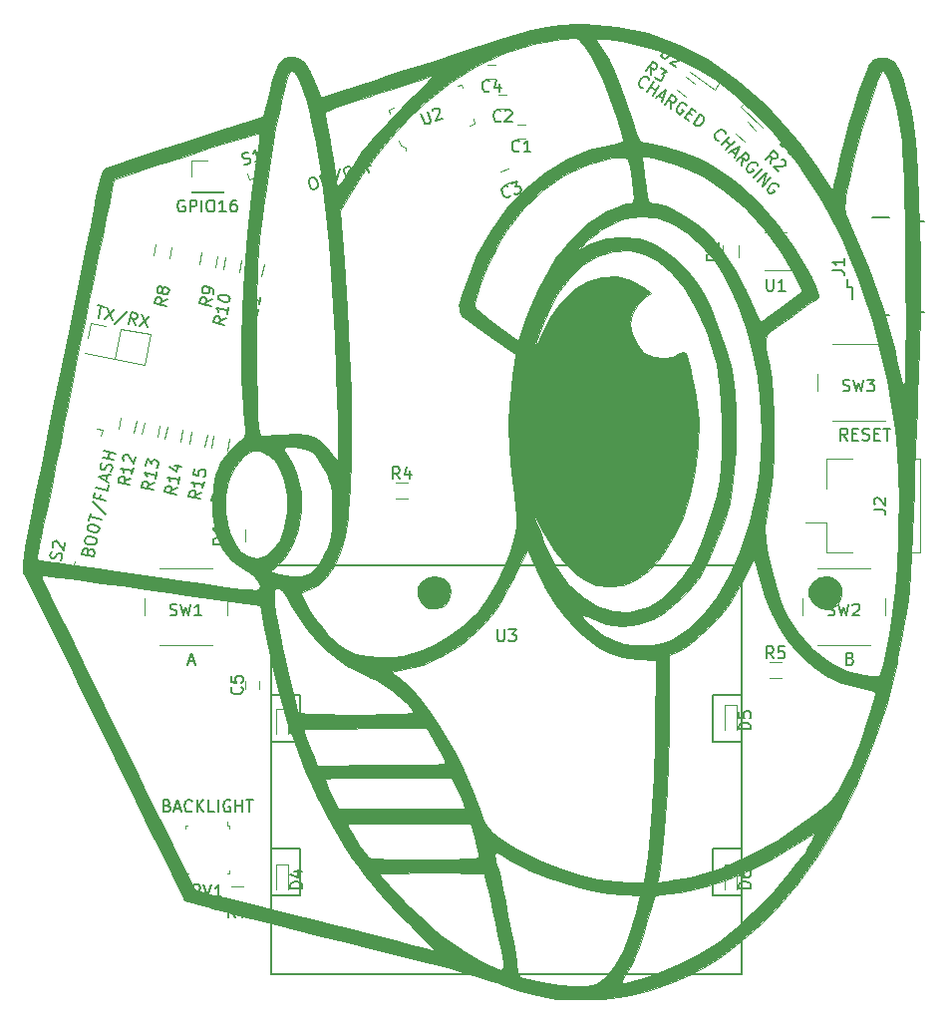
<source format=gbr>
G04 #@! TF.GenerationSoftware,KiCad,Pcbnew,(5.0.0-3-g5ebb6b6)*
G04 #@! TF.CreationDate,2019-01-19T17:02:55+01:00*
G04 #@! TF.ProjectId,Securityfest_2019_badge_beta,5365637572697479666573745F323031,rev?*
G04 #@! TF.SameCoordinates,Original*
G04 #@! TF.FileFunction,Legend,Top*
G04 #@! TF.FilePolarity,Positive*
%FSLAX46Y46*%
G04 Gerber Fmt 4.6, Leading zero omitted, Abs format (unit mm)*
G04 Created by KiCad (PCBNEW (5.0.0-3-g5ebb6b6)) date 2019 January 19, Saturday 17:02:55*
%MOMM*%
%LPD*%
G01*
G04 APERTURE LIST*
%ADD10C,0.010000*%
%ADD11C,0.120000*%
%ADD12C,0.100000*%
%ADD13C,0.150000*%
G04 APERTURE END LIST*
D10*
G04 #@! TO.C,G\002A\002A\002A*
G36*
X161766700Y-41870472D02*
X164454993Y-42444841D01*
X167066120Y-43399074D01*
X169595369Y-44730677D01*
X172038029Y-46437155D01*
X174389389Y-48516015D01*
X176644735Y-50964762D01*
X176721698Y-51056923D01*
X177431820Y-51946770D01*
X178175158Y-52938186D01*
X178834325Y-53872438D01*
X179089011Y-54258109D01*
X180073913Y-55798525D01*
X180261821Y-55039647D01*
X180402167Y-54460233D01*
X180589421Y-53670917D01*
X180782902Y-52843195D01*
X181099796Y-51559109D01*
X181461238Y-50232328D01*
X181847386Y-48922975D01*
X182238401Y-47691171D01*
X182614443Y-46597039D01*
X182955672Y-45700701D01*
X183242247Y-45062278D01*
X183454329Y-44741892D01*
X183457038Y-44739655D01*
X184042741Y-44492139D01*
X184704039Y-44544734D01*
X185292497Y-44877380D01*
X185412493Y-45003938D01*
X185725548Y-45541447D01*
X186056429Y-46389846D01*
X186380927Y-47471522D01*
X186674832Y-48708866D01*
X186843478Y-49591539D01*
X187017527Y-50855542D01*
X187167846Y-52459344D01*
X187293413Y-54352633D01*
X187393203Y-56485099D01*
X187466194Y-58806430D01*
X187511362Y-61266315D01*
X187527683Y-63814444D01*
X187514133Y-66400506D01*
X187469690Y-68974189D01*
X187393330Y-71485184D01*
X187322447Y-73135385D01*
X187262915Y-74440960D01*
X187196487Y-76034291D01*
X187127076Y-77812515D01*
X187058597Y-79672768D01*
X186994963Y-81512187D01*
X186946997Y-83002308D01*
X186876279Y-85061692D01*
X186796392Y-86813657D01*
X186698334Y-88341553D01*
X186573103Y-89728728D01*
X186411698Y-91058533D01*
X186205117Y-92414317D01*
X185944359Y-93879431D01*
X185620421Y-95537224D01*
X185562002Y-95826538D01*
X184713409Y-99291532D01*
X183588823Y-102728692D01*
X182219096Y-106070677D01*
X180635082Y-109250146D01*
X178867633Y-112199759D01*
X176947603Y-114852175D01*
X176711873Y-115143077D01*
X175862210Y-116153134D01*
X175071721Y-117026366D01*
X174270120Y-117827800D01*
X173387124Y-118622468D01*
X172352448Y-119475399D01*
X171095808Y-120451623D01*
X170429629Y-120955657D01*
X169295253Y-121688980D01*
X167879113Y-122417608D01*
X166288096Y-123096218D01*
X164629089Y-123679486D01*
X163008981Y-124122089D01*
X162909231Y-124144540D01*
X161872738Y-124312918D01*
X160586410Y-124430683D01*
X159188494Y-124492967D01*
X157817235Y-124494901D01*
X156610882Y-124431617D01*
X156168462Y-124381927D01*
X154991600Y-124150731D01*
X153601351Y-123765989D01*
X152125520Y-123264651D01*
X151576923Y-123054455D01*
X150882120Y-122808239D01*
X149891949Y-122496844D01*
X148691342Y-122144955D01*
X147365225Y-121777259D01*
X145998530Y-121418441D01*
X145617692Y-121322311D01*
X144256949Y-120982137D01*
X142618343Y-120572536D01*
X140803126Y-120118814D01*
X138912548Y-119646280D01*
X137047860Y-119180239D01*
X135360000Y-118758418D01*
X133767438Y-118358872D01*
X132186201Y-117959313D01*
X130686460Y-117577684D01*
X129338386Y-117231924D01*
X128212150Y-116939975D01*
X127377925Y-116719776D01*
X127226850Y-116679026D01*
X125052932Y-116088881D01*
X122990232Y-111854825D01*
X122457007Y-110762028D01*
X121781445Y-109380294D01*
X120993768Y-107771287D01*
X120124201Y-105996674D01*
X119202966Y-104118122D01*
X118260287Y-102197297D01*
X117326387Y-100295864D01*
X116845250Y-99316923D01*
X116000393Y-97597502D01*
X115190834Y-95948237D01*
X114436551Y-94409948D01*
X113757525Y-93023455D01*
X113173735Y-91829579D01*
X112705159Y-90869140D01*
X112371777Y-90182959D01*
X112207221Y-89840769D01*
X111879034Y-89184435D01*
X111576511Y-88639975D01*
X111479685Y-88494252D01*
X112904884Y-88494252D01*
X112949560Y-88692182D01*
X113138834Y-89155793D01*
X113437993Y-89803567D01*
X113624825Y-90184859D01*
X113894237Y-90728014D01*
X114317166Y-91585126D01*
X114875427Y-92719129D01*
X115550835Y-94092954D01*
X116325208Y-95669532D01*
X117180360Y-97411795D01*
X118098108Y-99282675D01*
X119060267Y-101245103D01*
X120048655Y-103262012D01*
X121045086Y-105296332D01*
X122031377Y-107310996D01*
X122989344Y-109268936D01*
X123829717Y-110987644D01*
X125857391Y-115136058D01*
X126945234Y-115453020D01*
X127544376Y-115616975D01*
X128416246Y-115841953D01*
X129452909Y-116100689D01*
X130546428Y-116365918D01*
X130768462Y-116418769D01*
X131818389Y-116671137D01*
X133061847Y-116975523D01*
X134451840Y-117319924D01*
X135941371Y-117692338D01*
X137483443Y-118080760D01*
X139031061Y-118473190D01*
X140537229Y-118857622D01*
X141954951Y-119222056D01*
X143237230Y-119554488D01*
X144337070Y-119842915D01*
X145207475Y-120075335D01*
X145801450Y-120239744D01*
X146071996Y-120324140D01*
X146082899Y-120330079D01*
X146261126Y-120328617D01*
X146159332Y-120170206D01*
X145819137Y-119793621D01*
X145287449Y-119247706D01*
X144611176Y-118581307D01*
X144244006Y-118228233D01*
X143342929Y-117332081D01*
X142407169Y-116340023D01*
X141541961Y-115367198D01*
X140852539Y-114528745D01*
X140799224Y-114459231D01*
X140320932Y-113831731D01*
X141686218Y-113831731D01*
X141764501Y-114012982D01*
X142081715Y-114408364D01*
X142588302Y-114968429D01*
X143234703Y-115643730D01*
X143971359Y-116384819D01*
X144748712Y-117142247D01*
X145517202Y-117866567D01*
X146227272Y-118508331D01*
X146829361Y-119018091D01*
X147074930Y-119208390D01*
X147815943Y-119726406D01*
X148668706Y-120275558D01*
X149557467Y-120812530D01*
X150406476Y-121294004D01*
X151139981Y-121676664D01*
X151682230Y-121917192D01*
X151918846Y-121978274D01*
X152138329Y-121825424D01*
X152163077Y-121704672D01*
X152124925Y-121406970D01*
X152020279Y-120813967D01*
X151863860Y-119996306D01*
X151670383Y-119024630D01*
X151454569Y-117969584D01*
X151231134Y-116901811D01*
X151014798Y-115891955D01*
X150820277Y-115010660D01*
X150662291Y-114328569D01*
X150555557Y-113916325D01*
X150521936Y-113827577D01*
X150304119Y-113796750D01*
X149764182Y-113772027D01*
X148970728Y-113753377D01*
X147992357Y-113740767D01*
X146897672Y-113734165D01*
X145755275Y-113733538D01*
X144633766Y-113738855D01*
X143601747Y-113750083D01*
X142727821Y-113767190D01*
X142080588Y-113790143D01*
X141728651Y-113818911D01*
X141686218Y-113831731D01*
X140320932Y-113831731D01*
X140246054Y-113733495D01*
X139770115Y-113111608D01*
X139427194Y-112666307D01*
X139281885Y-112480873D01*
X139073840Y-112171624D01*
X138723947Y-111595362D01*
X138275918Y-110828972D01*
X137773465Y-109949341D01*
X137577281Y-109599157D01*
X138876923Y-109599157D01*
X138978433Y-109836861D01*
X139240670Y-110295925D01*
X139600197Y-110877627D01*
X139993576Y-111483248D01*
X140357371Y-112014068D01*
X140628143Y-112371366D01*
X140713862Y-112457760D01*
X140963149Y-112498967D01*
X141545466Y-112534059D01*
X142403099Y-112561482D01*
X143478335Y-112579682D01*
X144713462Y-112587104D01*
X145471154Y-112585898D01*
X146915335Y-112578845D01*
X148015414Y-112568753D01*
X148818052Y-112551084D01*
X149369914Y-112521296D01*
X149717663Y-112474850D01*
X149907961Y-112407205D01*
X149987473Y-112313821D01*
X150001425Y-112201695D01*
X151381539Y-112201695D01*
X151450886Y-112674892D01*
X151569971Y-113073252D01*
X151683206Y-113466126D01*
X151850371Y-114166926D01*
X152056021Y-115099018D01*
X152284707Y-116185766D01*
X152520985Y-117350536D01*
X152749408Y-118516691D01*
X152954529Y-119607598D01*
X153120902Y-120546621D01*
X153233081Y-121257125D01*
X153257830Y-121447352D01*
X153360469Y-122110630D01*
X153499113Y-122478950D01*
X153716261Y-122648072D01*
X153802268Y-122674087D01*
X155448529Y-123033248D01*
X156860908Y-123246410D01*
X158160371Y-123331229D01*
X158322021Y-123333698D01*
X159123945Y-123330693D01*
X159656497Y-123281984D01*
X160040781Y-123157075D01*
X160251887Y-123020164D01*
X162149565Y-123020164D01*
X162278742Y-123117550D01*
X162469615Y-123082504D01*
X162829017Y-122983525D01*
X163430421Y-122821356D01*
X164081539Y-122647625D01*
X165479206Y-122186488D01*
X167021875Y-121527446D01*
X168568586Y-120738913D01*
X169978381Y-119889307D01*
X170480712Y-119541656D01*
X171863567Y-118442768D01*
X173316877Y-117122597D01*
X174719225Y-115700277D01*
X175949197Y-114294945D01*
X176357315Y-113775385D01*
X176854289Y-113126198D01*
X177268435Y-112600085D01*
X177539984Y-112272258D01*
X177605417Y-112204797D01*
X177762390Y-111997601D01*
X178005108Y-111592886D01*
X178272776Y-111104478D01*
X178504594Y-110646205D01*
X178639767Y-110331892D01*
X178644999Y-110258462D01*
X178460521Y-110360454D01*
X178021399Y-110636901D01*
X177396798Y-111043509D01*
X176778546Y-111453808D01*
X174968098Y-112546017D01*
X173000603Y-113523724D01*
X170971344Y-114350211D01*
X168975601Y-114988761D01*
X167108658Y-115402658D01*
X166239205Y-115515192D01*
X164977642Y-115631539D01*
X164367185Y-117780769D01*
X163990553Y-119061570D01*
X163665973Y-120045572D01*
X163359615Y-120817193D01*
X163037647Y-121460847D01*
X162666237Y-122060953D01*
X162630795Y-122113405D01*
X162264994Y-122697007D01*
X162149565Y-123020164D01*
X160251887Y-123020164D01*
X160397898Y-122925470D01*
X160606055Y-122758525D01*
X161117288Y-122239784D01*
X161641623Y-121558554D01*
X161901319Y-121146602D01*
X162284593Y-120355885D01*
X162696390Y-119322135D01*
X163087883Y-118185357D01*
X163410243Y-117085554D01*
X163589246Y-116306829D01*
X163717388Y-115623775D01*
X162385232Y-115571139D01*
X160993021Y-115468934D01*
X159680177Y-115259809D01*
X158300334Y-114914483D01*
X156929017Y-114479638D01*
X155831324Y-114100989D01*
X155001398Y-113794226D01*
X154334568Y-113512943D01*
X153726164Y-113210740D01*
X153071516Y-112841212D01*
X152602692Y-112561674D01*
X151973831Y-112193702D01*
X151605584Y-112018601D01*
X151430744Y-112016556D01*
X151382104Y-112167758D01*
X151381539Y-112201695D01*
X150001425Y-112201695D01*
X150002861Y-112190158D01*
X150001910Y-112145062D01*
X149937917Y-111727713D01*
X149786141Y-111104401D01*
X149653137Y-110649231D01*
X149316300Y-109574615D01*
X144096612Y-109522578D01*
X142714427Y-109513404D01*
X141469671Y-109513982D01*
X140412942Y-109523567D01*
X139594842Y-109541419D01*
X139065971Y-109566795D01*
X138876930Y-109598952D01*
X138876923Y-109599157D01*
X137577281Y-109599157D01*
X137260301Y-109033357D01*
X136780138Y-108157906D01*
X136376687Y-107399875D01*
X136224882Y-107103815D01*
X135613593Y-105765334D01*
X137020325Y-105765334D01*
X137046376Y-106017951D01*
X137221244Y-106507566D01*
X137505311Y-107124543D01*
X138101010Y-108304615D01*
X148867872Y-108304615D01*
X148737539Y-107865000D01*
X148575511Y-107426254D01*
X148316386Y-106824719D01*
X148186725Y-106546154D01*
X147766242Y-105666923D01*
X142448640Y-105626560D01*
X140956302Y-105621650D01*
X139640174Y-105629938D01*
X138544343Y-105650296D01*
X137712896Y-105681599D01*
X137189920Y-105722718D01*
X137020325Y-105765334D01*
X135613593Y-105765334D01*
X135401090Y-105300039D01*
X134584961Y-103199599D01*
X134028999Y-101556613D01*
X135164615Y-101556613D01*
X135231105Y-101773047D01*
X135402868Y-102237934D01*
X135575306Y-102680075D01*
X135837055Y-103340318D01*
X136063549Y-103914808D01*
X136158670Y-104158073D01*
X136331343Y-104603070D01*
X141686137Y-104586197D01*
X143093557Y-104578094D01*
X144370169Y-104563719D01*
X145464693Y-104544217D01*
X146325848Y-104520732D01*
X146902354Y-104494407D01*
X147142930Y-104466388D01*
X147145847Y-104464409D01*
X147125358Y-104245907D01*
X146948310Y-103823785D01*
X146854318Y-103645516D01*
X146481409Y-102974107D01*
X146093212Y-102275427D01*
X146050650Y-102198846D01*
X145643428Y-101466154D01*
X140404022Y-101466154D01*
X139019041Y-101469382D01*
X137771412Y-101478484D01*
X136711646Y-101492589D01*
X135890258Y-101510824D01*
X135357762Y-101532318D01*
X135164670Y-101556197D01*
X135164615Y-101556613D01*
X134028999Y-101556613D01*
X133805462Y-100896015D01*
X133091560Y-98482812D01*
X132472221Y-96053512D01*
X131976413Y-93701637D01*
X131846265Y-92966923D01*
X131518077Y-91013077D01*
X127137885Y-90393666D01*
X125274506Y-90130643D01*
X132635129Y-90130643D01*
X132673473Y-90718189D01*
X132792540Y-91586187D01*
X132992223Y-92784938D01*
X132998596Y-92821580D01*
X133152001Y-93637342D01*
X133355105Y-94623983D01*
X133590800Y-95708215D01*
X133841975Y-96816749D01*
X134091522Y-97876298D01*
X134322332Y-98813573D01*
X134517297Y-99555287D01*
X134659306Y-100028151D01*
X134708779Y-100147308D01*
X134921870Y-100193931D01*
X135457026Y-100231268D01*
X136250666Y-100259490D01*
X137239210Y-100278768D01*
X138359078Y-100289273D01*
X139546690Y-100291176D01*
X140738467Y-100284647D01*
X141870829Y-100269859D01*
X142880194Y-100246981D01*
X143702985Y-100216185D01*
X144275619Y-100177641D01*
X144534519Y-100131522D01*
X144543077Y-100120864D01*
X144391091Y-99831940D01*
X143985873Y-99394508D01*
X143403534Y-98870381D01*
X142720184Y-98321369D01*
X142011934Y-97809285D01*
X141354895Y-97395941D01*
X140921346Y-97179552D01*
X139963090Y-96699243D01*
X142539266Y-96699243D01*
X143101556Y-97061729D01*
X143989310Y-97781883D01*
X144948055Y-98820441D01*
X145942199Y-100119854D01*
X146936147Y-101622574D01*
X147894306Y-103271052D01*
X148781083Y-105007742D01*
X149560882Y-106775093D01*
X150198111Y-108515558D01*
X150211639Y-108557394D01*
X150481898Y-109311032D01*
X150766271Y-109828317D01*
X151164702Y-110254120D01*
X151645474Y-110635768D01*
X152870536Y-111475638D01*
X154159392Y-112195830D01*
X155627811Y-112855554D01*
X157011047Y-113380094D01*
X158706556Y-113928326D01*
X160225047Y-114284807D01*
X161712085Y-114478333D01*
X162838640Y-114532807D01*
X164038049Y-114556923D01*
X164044001Y-114524763D01*
X165216390Y-114524763D01*
X166065503Y-114431131D01*
X166706794Y-114336553D01*
X167535898Y-114182920D01*
X168282308Y-114023729D01*
X170596564Y-113329769D01*
X172986490Y-112303694D01*
X175386142Y-110977595D01*
X177563077Y-109507383D01*
X178641958Y-108690751D01*
X179456665Y-108014472D01*
X180072032Y-107408054D01*
X180552893Y-106801006D01*
X180964081Y-106122837D01*
X181308514Y-105435122D01*
X181658029Y-104643803D01*
X182037684Y-103698663D01*
X182425203Y-102666049D01*
X182798312Y-101612306D01*
X183134734Y-100603780D01*
X183412193Y-99706819D01*
X183608415Y-98987767D01*
X183701123Y-98512973D01*
X183686043Y-98353795D01*
X183420683Y-98247080D01*
X182890584Y-98105131D01*
X182281932Y-97973276D01*
X180860440Y-97593633D01*
X179609093Y-97018340D01*
X178421231Y-96187665D01*
X177365748Y-95220107D01*
X176389302Y-94139198D01*
X175581397Y-92999244D01*
X174905643Y-91726397D01*
X174325655Y-90246807D01*
X173805043Y-88486627D01*
X173559844Y-87496154D01*
X173492291Y-87272851D01*
X173404094Y-87206449D01*
X173263499Y-87337753D01*
X173038754Y-87707568D01*
X172698109Y-88356697D01*
X172343530Y-89059231D01*
X171811833Y-90078849D01*
X171337237Y-90866326D01*
X170826502Y-91550212D01*
X170186385Y-92259056D01*
X169578350Y-92871538D01*
X168832172Y-93569510D01*
X168096541Y-94192385D01*
X167461475Y-94667483D01*
X167061154Y-94903904D01*
X166230769Y-95273194D01*
X166230769Y-99324923D01*
X166207819Y-101848902D01*
X166141474Y-104337227D01*
X166035487Y-106729095D01*
X165893615Y-108963705D01*
X165719612Y-110980254D01*
X165517234Y-112717940D01*
X165330224Y-113905843D01*
X165216390Y-114524763D01*
X164044001Y-114524763D01*
X164155588Y-113921923D01*
X164396707Y-112335392D01*
X164602055Y-110384781D01*
X164769869Y-108095300D01*
X164898386Y-105492155D01*
X164985842Y-102600554D01*
X165001111Y-101833986D01*
X165112085Y-95656433D01*
X163470930Y-95570294D01*
X162249812Y-95426569D01*
X161176368Y-95103947D01*
X160152690Y-94556218D01*
X159080867Y-93737171D01*
X158519999Y-93233581D01*
X157447176Y-92126411D01*
X156532312Y-90927338D01*
X155704439Y-89532626D01*
X155011024Y-88104476D01*
X154167685Y-86231920D01*
X152867880Y-88871837D01*
X152327538Y-89948730D01*
X151884966Y-90761885D01*
X151476934Y-91403628D01*
X151040208Y-91966280D01*
X150511559Y-92542166D01*
X150009321Y-93045575D01*
X148479309Y-94377875D01*
X146923930Y-95366810D01*
X145265300Y-96056240D01*
X144128473Y-96357365D01*
X142539266Y-96699243D01*
X139963090Y-96699243D01*
X138863653Y-96148170D01*
X137091424Y-94851537D01*
X135596764Y-93282553D01*
X134371781Y-91434118D01*
X134222098Y-91154064D01*
X133762463Y-90321831D01*
X133554503Y-90020546D01*
X134969231Y-90020546D01*
X135084917Y-90387527D01*
X135392985Y-90965548D01*
X135834944Y-91666040D01*
X136352307Y-92400435D01*
X136886583Y-93080165D01*
X137276664Y-93514640D01*
X138122965Y-94322375D01*
X138869132Y-94861281D01*
X139637337Y-95183905D01*
X140549750Y-95342794D01*
X141636214Y-95389687D01*
X142712120Y-95374861D01*
X143576840Y-95287995D01*
X144407104Y-95104188D01*
X145049201Y-94908833D01*
X146252578Y-94397801D01*
X147514331Y-93662337D01*
X148704677Y-92791372D01*
X149693832Y-91873836D01*
X150004249Y-91513501D01*
X150778500Y-90410113D01*
X151523488Y-89121377D01*
X152192223Y-87749972D01*
X152737717Y-86398574D01*
X153112980Y-85169864D01*
X153251504Y-84417725D01*
X153270072Y-83622086D01*
X153246147Y-83311919D01*
X154712890Y-83311919D01*
X154779857Y-83559901D01*
X154970449Y-84075325D01*
X155247371Y-84769531D01*
X155573330Y-85553864D01*
X155911030Y-86339667D01*
X156223176Y-87038281D01*
X156472476Y-87561051D01*
X156591565Y-87777929D01*
X157686611Y-89231106D01*
X158877876Y-90351460D01*
X160140144Y-91128571D01*
X161448200Y-91552018D01*
X162776826Y-91611378D01*
X164100809Y-91296233D01*
X164585990Y-91081857D01*
X165502132Y-90483166D01*
X166457811Y-89617617D01*
X167358256Y-88585314D01*
X168108696Y-87486365D01*
X168278354Y-87181636D01*
X168820145Y-86019527D01*
X169363664Y-84621882D01*
X169861587Y-83130993D01*
X170266590Y-81689156D01*
X170531349Y-80438666D01*
X170540808Y-80378877D01*
X170643111Y-79403263D01*
X170698674Y-78173112D01*
X170710626Y-76777730D01*
X170682096Y-75306423D01*
X170616212Y-73848498D01*
X170516105Y-72493261D01*
X170384903Y-71330018D01*
X170225735Y-70448077D01*
X170187739Y-70302308D01*
X169390661Y-67837838D01*
X168495404Y-65749494D01*
X167499900Y-64034639D01*
X166402084Y-62690634D01*
X165199889Y-61714840D01*
X163891248Y-61104620D01*
X162808510Y-60882082D01*
X161423202Y-60928334D01*
X160098027Y-61347923D01*
X158850873Y-62125709D01*
X157699630Y-63246550D01*
X156662186Y-64695303D01*
X155756430Y-66456828D01*
X155505356Y-67063595D01*
X155175109Y-67932174D01*
X154942182Y-68597336D01*
X154812317Y-69029507D01*
X154791258Y-69199114D01*
X154884745Y-69076582D01*
X155098522Y-68632337D01*
X155283180Y-68207869D01*
X156116580Y-66571309D01*
X157086353Y-65231240D01*
X158164375Y-64200364D01*
X159322522Y-63491380D01*
X160532671Y-63116988D01*
X161766697Y-63089888D01*
X162996478Y-63422781D01*
X164193888Y-64128367D01*
X164239328Y-64163443D01*
X164690195Y-64514709D01*
X164193923Y-64839879D01*
X163541456Y-65466192D01*
X163083868Y-66294261D01*
X162909250Y-67164125D01*
X162909231Y-67172613D01*
X163061698Y-68018504D01*
X163462712Y-68848341D01*
X164027691Y-69506727D01*
X164276639Y-69684906D01*
X164949995Y-69925756D01*
X165753938Y-69997179D01*
X166516469Y-69898456D01*
X166981469Y-69696225D01*
X167397330Y-69494917D01*
X167642558Y-69626122D01*
X167729677Y-69868348D01*
X167809815Y-70179083D01*
X167958103Y-70726334D01*
X168081836Y-71173763D01*
X168510968Y-73209525D01*
X168702735Y-75320983D01*
X168670502Y-77458103D01*
X168427635Y-79570853D01*
X167987497Y-81609200D01*
X167363454Y-83523109D01*
X166568870Y-85262549D01*
X165617110Y-86777485D01*
X164521539Y-88017885D01*
X163345574Y-88904719D01*
X162333296Y-89295569D01*
X161178106Y-89420479D01*
X160026241Y-89276369D01*
X159254541Y-88990933D01*
X158326879Y-88363026D01*
X157371676Y-87442631D01*
X156463973Y-86314326D01*
X155678811Y-85062688D01*
X155546511Y-84811716D01*
X155189570Y-84125573D01*
X154908365Y-83610037D01*
X154741711Y-83334942D01*
X154712890Y-83311919D01*
X153246147Y-83311919D01*
X153191411Y-82602316D01*
X153049566Y-81634615D01*
X152785533Y-79749707D01*
X152632558Y-77725851D01*
X152596673Y-75717970D01*
X152683910Y-73880989D01*
X152730044Y-73428462D01*
X152839612Y-72480766D01*
X152943612Y-71573899D01*
X153026130Y-70846923D01*
X153054246Y-70595385D01*
X153151540Y-69716154D01*
X150691572Y-67989994D01*
X149737072Y-67326385D01*
X149057827Y-66831385D01*
X148624347Y-66429000D01*
X148407141Y-66043237D01*
X148378561Y-65625094D01*
X149662669Y-65625094D01*
X149835942Y-65833828D01*
X150263513Y-66212336D01*
X150879910Y-66705782D01*
X151576923Y-67228289D01*
X153433077Y-68579071D01*
X153962129Y-66998382D01*
X154283615Y-66131203D01*
X154719951Y-65078744D01*
X155203094Y-64001050D01*
X155494674Y-63393689D01*
X156547607Y-61581974D01*
X157103698Y-60868076D01*
X158513077Y-60868076D01*
X159587692Y-60319025D01*
X160839415Y-59879777D01*
X162230586Y-59727404D01*
X163633814Y-59863302D01*
X164863157Y-60261215D01*
X165810535Y-60834830D01*
X166819608Y-61671483D01*
X167794928Y-62676432D01*
X168641047Y-63754934D01*
X169067684Y-64434660D01*
X169738604Y-65785885D01*
X170388748Y-67366693D01*
X170964668Y-69027101D01*
X171412915Y-70617125D01*
X171620381Y-71598004D01*
X171785298Y-72920289D01*
X171875663Y-74477502D01*
X171894803Y-76170616D01*
X171846046Y-77900605D01*
X171732720Y-79568443D01*
X171558150Y-81075103D01*
X171325664Y-82321558D01*
X171250337Y-82611539D01*
X170815621Y-83987836D01*
X170276725Y-85439147D01*
X169688076Y-86831870D01*
X169104098Y-88032401D01*
X168872684Y-88448245D01*
X168292775Y-89251269D01*
X167480076Y-90135872D01*
X166545830Y-90998318D01*
X165601280Y-91734869D01*
X164857296Y-92192740D01*
X163578940Y-92642624D01*
X162197821Y-92778423D01*
X160832526Y-92599283D01*
X159831923Y-92228918D01*
X159289150Y-91979731D01*
X158917316Y-91854500D01*
X158806154Y-91868986D01*
X158951076Y-92113940D01*
X159324033Y-92501274D01*
X159832316Y-92950156D01*
X160383214Y-93379758D01*
X160884015Y-93709249D01*
X160971375Y-93756731D01*
X161687027Y-94088832D01*
X162349995Y-94287142D01*
X163114020Y-94385276D01*
X163983846Y-94415360D01*
X164873788Y-94388252D01*
X165589458Y-94251541D01*
X166341954Y-93960374D01*
X166523846Y-93875677D01*
X167844748Y-93046339D01*
X169091807Y-91863297D01*
X170246618Y-90359667D01*
X171290781Y-88568560D01*
X172205892Y-86523091D01*
X172973549Y-84256373D01*
X173575349Y-81801519D01*
X173748154Y-80876330D01*
X173908307Y-79590748D01*
X174005793Y-78047667D01*
X174040667Y-76372262D01*
X174012985Y-74689711D01*
X173922803Y-73125190D01*
X173770175Y-71803875D01*
X173744058Y-71646747D01*
X173317079Y-69606538D01*
X172762561Y-67601535D01*
X172108116Y-65705057D01*
X171381353Y-63990420D01*
X170609886Y-62530944D01*
X169940489Y-61546887D01*
X168929730Y-60422430D01*
X167794263Y-59424239D01*
X166653215Y-58653152D01*
X166306880Y-58471091D01*
X165111484Y-58091037D01*
X163777639Y-57999764D01*
X162425913Y-58193459D01*
X161248462Y-58631071D01*
X160480268Y-59091626D01*
X159724664Y-59654614D01*
X159294615Y-60048453D01*
X158513077Y-60868076D01*
X157103698Y-60868076D01*
X157783600Y-59995234D01*
X159154467Y-58685952D01*
X160612017Y-57706613D01*
X160811176Y-57603354D01*
X161526421Y-57273573D01*
X162159836Y-57030777D01*
X162589902Y-56920702D01*
X162630874Y-56918462D01*
X163023802Y-56857127D01*
X163179809Y-56759480D01*
X163202582Y-56479056D01*
X163155992Y-55855117D01*
X163044273Y-54927924D01*
X162871660Y-53737738D01*
X162841886Y-53546099D01*
X162710437Y-53157672D01*
X162645569Y-53115779D01*
X163922120Y-53115779D01*
X163963934Y-53620881D01*
X164050224Y-54315227D01*
X164078055Y-54509188D01*
X164226415Y-55508542D01*
X164340500Y-56184786D01*
X164446174Y-56600925D01*
X164569301Y-56819963D01*
X164735743Y-56904905D01*
X164971364Y-56918754D01*
X165067062Y-56918462D01*
X165820278Y-57059746D01*
X166740693Y-57450354D01*
X167744141Y-58040417D01*
X168746456Y-58780067D01*
X169663469Y-59619435D01*
X169713591Y-59671514D01*
X170784421Y-60960730D01*
X171821873Y-62519892D01*
X172756408Y-64229851D01*
X173518483Y-65971462D01*
X173723081Y-66541154D01*
X173891009Y-66828490D01*
X173991176Y-66881487D01*
X174201359Y-66771029D01*
X174652630Y-66473123D01*
X175274310Y-66035909D01*
X175855911Y-65611473D01*
X177567976Y-64343049D01*
X176899551Y-63024217D01*
X175682585Y-60937371D01*
X174234740Y-58988630D01*
X172614858Y-57241683D01*
X170881782Y-55760220D01*
X169153630Y-54640059D01*
X168384447Y-54258680D01*
X167495808Y-53877811D01*
X166564795Y-53523173D01*
X165668485Y-53220485D01*
X164883959Y-52995469D01*
X164288296Y-52873845D01*
X163958576Y-52881333D01*
X163933595Y-52898200D01*
X163922120Y-53115779D01*
X162645569Y-53115779D01*
X162420035Y-52970125D01*
X161892828Y-52956927D01*
X161346154Y-53036336D01*
X159247010Y-53603881D01*
X157264699Y-54525901D01*
X155437257Y-55774125D01*
X153802725Y-57320286D01*
X152399138Y-59136115D01*
X151798145Y-60132140D01*
X151344449Y-61010689D01*
X150890873Y-61988189D01*
X150467421Y-62987463D01*
X150104099Y-63931330D01*
X149830910Y-64742613D01*
X149677859Y-65344132D01*
X149662669Y-65625094D01*
X148378561Y-65625094D01*
X148376716Y-65598104D01*
X148503582Y-65017606D01*
X148758247Y-64225751D01*
X148975929Y-63569121D01*
X149869885Y-61323084D01*
X151021299Y-59234663D01*
X152394769Y-57337987D01*
X153954893Y-55667186D01*
X155666266Y-54256392D01*
X157493488Y-53139734D01*
X159401155Y-52351342D01*
X161004073Y-51973221D01*
X161784813Y-51815917D01*
X162229239Y-51641852D01*
X162323077Y-51516026D01*
X162256334Y-51174589D01*
X162075219Y-50551504D01*
X161808407Y-49728771D01*
X161484571Y-48788389D01*
X161132384Y-47812357D01*
X160780519Y-46882675D01*
X160457651Y-46081341D01*
X160282313Y-45679912D01*
X159874530Y-44884022D01*
X159410474Y-44119444D01*
X158993513Y-43555326D01*
X158460680Y-42948462D01*
X159959178Y-42948462D01*
X160524936Y-43730000D01*
X161007923Y-44523288D01*
X161538766Y-45610251D01*
X162080630Y-46903082D01*
X162596681Y-48313974D01*
X163044897Y-49737083D01*
X163296800Y-50597239D01*
X163485348Y-51153544D01*
X163654645Y-51477853D01*
X163848796Y-51642017D01*
X164111904Y-51717890D01*
X164276923Y-51744239D01*
X165839684Y-52073827D01*
X167461547Y-52578748D01*
X168980929Y-53202677D01*
X169992542Y-53736674D01*
X171879190Y-55064752D01*
X173697057Y-56718270D01*
X175390948Y-58632133D01*
X176905665Y-60741246D01*
X178186012Y-62980516D01*
X178632486Y-63925849D01*
X178848962Y-64451933D01*
X178899044Y-64746220D01*
X178789513Y-64927215D01*
X178693975Y-65000464D01*
X178419661Y-65193866D01*
X177898380Y-65562240D01*
X177202070Y-66054723D01*
X176402668Y-66620454D01*
X176307686Y-66687692D01*
X175458135Y-67282906D01*
X174875563Y-67720015D01*
X174524887Y-68088826D01*
X174371024Y-68479146D01*
X174378894Y-68980781D01*
X174513413Y-69683539D01*
X174739499Y-70677227D01*
X174743024Y-70693077D01*
X174922745Y-71807643D01*
X175045680Y-73212491D01*
X175112354Y-74811362D01*
X175123298Y-76507995D01*
X175079038Y-78206131D01*
X174980105Y-79809509D01*
X174827025Y-81221869D01*
X174680523Y-82081108D01*
X174464619Y-83302873D01*
X174369052Y-84416490D01*
X174401974Y-85515359D01*
X174571538Y-86692880D01*
X174885897Y-88042455D01*
X175337296Y-89605639D01*
X175696805Y-90702032D01*
X176047859Y-91559173D01*
X176460843Y-92320542D01*
X177006142Y-93129620D01*
X177188596Y-93379477D01*
X178404129Y-94746958D01*
X179795819Y-95821080D01*
X181311920Y-96569041D01*
X182817029Y-96947175D01*
X183436874Y-97018753D01*
X183888540Y-97047050D01*
X184039850Y-97035101D01*
X184140186Y-96828010D01*
X184288442Y-96337688D01*
X184454991Y-95663899D01*
X184478997Y-95556454D01*
X184885414Y-93563246D01*
X185197082Y-91664910D01*
X185426022Y-89752360D01*
X185584254Y-87716510D01*
X185683799Y-85448275D01*
X185711645Y-84370000D01*
X185737695Y-82001597D01*
X185700095Y-79904247D01*
X185588472Y-77961882D01*
X185392451Y-76058435D01*
X185101659Y-74077837D01*
X184705723Y-71904022D01*
X184510295Y-70928523D01*
X183552269Y-67013144D01*
X182323831Y-63286194D01*
X180838585Y-59774370D01*
X179472366Y-57189665D01*
X181135583Y-57189665D01*
X181198168Y-57718147D01*
X181405793Y-58300779D01*
X181627176Y-58774615D01*
X183166082Y-62272650D01*
X184430455Y-65866680D01*
X185381415Y-69443516D01*
X185526429Y-70126435D01*
X185751535Y-71190236D01*
X185924934Y-71900673D01*
X186056903Y-72290207D01*
X186157719Y-72391296D01*
X186216231Y-72305206D01*
X186246402Y-72027816D01*
X186271096Y-71399778D01*
X186290019Y-70461177D01*
X186302881Y-69252099D01*
X186309388Y-67812631D01*
X186309251Y-66182858D01*
X186302175Y-64402866D01*
X186287871Y-62512742D01*
X186287673Y-62491500D01*
X186262653Y-60311343D01*
X186230326Y-58283066D01*
X186191761Y-56443990D01*
X186148022Y-54831438D01*
X186100176Y-53482731D01*
X186049289Y-52435193D01*
X185996429Y-51726145D01*
X185974930Y-51545385D01*
X185730523Y-50014429D01*
X185465254Y-48648668D01*
X185190523Y-47488881D01*
X184917733Y-46575848D01*
X184658284Y-45950349D01*
X184423578Y-45653163D01*
X184323629Y-45638928D01*
X184160796Y-45856430D01*
X183924407Y-46396739D01*
X183630998Y-47202422D01*
X183297110Y-48216044D01*
X182939278Y-49380172D01*
X182574042Y-50637370D01*
X182217938Y-51930206D01*
X181887506Y-53201244D01*
X181599283Y-54393051D01*
X181369806Y-55448194D01*
X181215614Y-56309236D01*
X181183817Y-56543096D01*
X181135583Y-57189665D01*
X179472366Y-57189665D01*
X179110134Y-56504372D01*
X177152084Y-53502897D01*
X174978037Y-50796643D01*
X173430675Y-49184455D01*
X171762343Y-47665192D01*
X170161539Y-46425467D01*
X168521107Y-45395271D01*
X166733887Y-44504592D01*
X165449231Y-43969847D01*
X164593610Y-43676110D01*
X163601324Y-43397898D01*
X162578266Y-43158186D01*
X161630329Y-42979950D01*
X160863407Y-42886165D01*
X160456906Y-42886674D01*
X159959178Y-42948462D01*
X158460680Y-42948462D01*
X158332406Y-42802367D01*
X157046920Y-42921840D01*
X154649425Y-43331477D01*
X152242771Y-44101462D01*
X149877271Y-45205927D01*
X147603233Y-46619002D01*
X145470969Y-48314817D01*
X144224992Y-49514729D01*
X143018045Y-50801630D01*
X141988970Y-51988387D01*
X141060767Y-53176197D01*
X140156438Y-54466256D01*
X139198982Y-55959763D01*
X138697697Y-56778998D01*
X138250153Y-57518766D01*
X138561463Y-61761306D01*
X138836005Y-65814142D01*
X139037389Y-69502959D01*
X139165938Y-72847538D01*
X139221973Y-75867658D01*
X139205818Y-78583100D01*
X139117793Y-81013644D01*
X138958222Y-83179070D01*
X138917078Y-83588462D01*
X138663103Y-85129694D01*
X138255588Y-86525028D01*
X137721033Y-87725309D01*
X137085937Y-88681381D01*
X136376800Y-89344086D01*
X135643985Y-89659981D01*
X135196325Y-89803244D01*
X134974462Y-89990463D01*
X134969231Y-90020546D01*
X133554503Y-90020546D01*
X133409372Y-89810287D01*
X133129389Y-89575287D01*
X133005494Y-89547692D01*
X132801033Y-89595697D01*
X132677613Y-89773247D01*
X132635129Y-90130643D01*
X125274506Y-90130643D01*
X124310217Y-89994530D01*
X121849283Y-89648820D01*
X119735093Y-89353868D01*
X117947657Y-89107007D01*
X116466987Y-88905569D01*
X115273094Y-88746886D01*
X114345988Y-88628290D01*
X113665680Y-88547116D01*
X113212181Y-88500693D01*
X112965502Y-88486356D01*
X112904884Y-88494252D01*
X111479685Y-88494252D01*
X111386581Y-88354131D01*
X111335845Y-88249676D01*
X111310128Y-88067297D01*
X111313730Y-87783430D01*
X111350949Y-87374509D01*
X111405933Y-86966494D01*
X112517084Y-86966494D01*
X112518627Y-87067356D01*
X112538272Y-87110974D01*
X112540936Y-87113757D01*
X112746975Y-87159885D01*
X113288546Y-87250935D01*
X114113990Y-87379066D01*
X115171650Y-87536433D01*
X116409867Y-87715195D01*
X117687187Y-87895025D01*
X119323484Y-88124085D01*
X121081071Y-88372507D01*
X122845481Y-88623950D01*
X124502243Y-88862071D01*
X125936888Y-89070528D01*
X126470000Y-89148896D01*
X127988269Y-89370865D01*
X129163817Y-89534809D01*
X130040022Y-89642929D01*
X130660265Y-89697420D01*
X131067923Y-89700481D01*
X131306378Y-89654309D01*
X131419008Y-89561102D01*
X131449192Y-89423057D01*
X131449316Y-89401154D01*
X131348178Y-88939945D01*
X131011856Y-88532275D01*
X130438052Y-88150014D01*
X132373805Y-88150014D01*
X133134210Y-88348552D01*
X134235692Y-88578053D01*
X135074210Y-88585839D01*
X135729762Y-88337483D01*
X136282348Y-87798556D01*
X136811965Y-86934632D01*
X136923077Y-86718016D01*
X137218287Y-86112418D01*
X137413409Y-85625226D01*
X137529132Y-85146980D01*
X137586150Y-84568223D01*
X137605154Y-83779497D01*
X137606923Y-83100523D01*
X137600773Y-82109395D01*
X137569307Y-81400194D01*
X137493008Y-80864119D01*
X137352354Y-80392371D01*
X137127826Y-79876149D01*
X136970180Y-79551452D01*
X136591041Y-78866727D01*
X136199900Y-78296594D01*
X135879119Y-77960559D01*
X135869101Y-77953798D01*
X135458603Y-77786336D01*
X134873742Y-77657384D01*
X134256401Y-77584528D01*
X133748465Y-77585352D01*
X133504862Y-77660780D01*
X133538848Y-77867706D01*
X133763753Y-78226313D01*
X133779933Y-78247099D01*
X134041172Y-78685141D01*
X134343003Y-79344719D01*
X134585782Y-79986543D01*
X134811008Y-80746370D01*
X134924931Y-81444710D01*
X134946566Y-82249372D01*
X134919095Y-82927994D01*
X134699073Y-84555839D01*
X134224611Y-85915279D01*
X133479011Y-87048040D01*
X133116381Y-87432315D01*
X132373805Y-88150014D01*
X130438052Y-88150014D01*
X130377580Y-88109729D01*
X130151387Y-87986484D01*
X129049249Y-87191477D01*
X128218076Y-86125181D01*
X127666023Y-84805496D01*
X127401245Y-83250324D01*
X127400698Y-83108272D01*
X128536367Y-83108272D01*
X128779993Y-84481675D01*
X128814205Y-84600743D01*
X129253498Y-85662100D01*
X129830472Y-86431282D01*
X130503642Y-86888608D01*
X131231523Y-87014395D01*
X131972629Y-86788962D01*
X132527442Y-86362405D01*
X133139135Y-85499574D01*
X133556611Y-84377342D01*
X133765153Y-83083410D01*
X133750044Y-81705480D01*
X133523203Y-80428590D01*
X133193724Y-79459512D01*
X132766974Y-78766977D01*
X132170796Y-78237564D01*
X132098067Y-78188558D01*
X131448229Y-77882942D01*
X130847836Y-77902689D01*
X130209061Y-78260475D01*
X129921334Y-78502702D01*
X129251748Y-79352476D01*
X128787532Y-80459466D01*
X128543976Y-81739467D01*
X128536367Y-83108272D01*
X127400698Y-83108272D01*
X127396190Y-81938472D01*
X127630227Y-80298055D01*
X128133045Y-78929127D01*
X128915634Y-77809508D01*
X129831884Y-77021481D01*
X130006759Y-76887865D01*
X130120267Y-76725601D01*
X130177919Y-76464851D01*
X130185228Y-76035778D01*
X130147704Y-75368543D01*
X130070861Y-74393311D01*
X130054752Y-74197559D01*
X129918132Y-71706965D01*
X129887196Y-68915484D01*
X129895918Y-68543846D01*
X131159729Y-68543846D01*
X131164009Y-70149836D01*
X131176388Y-71658373D01*
X131195806Y-73017941D01*
X131221204Y-74177026D01*
X131251520Y-75084110D01*
X131285696Y-75687678D01*
X131311108Y-75900880D01*
X131462985Y-76614837D01*
X133362646Y-76511399D01*
X134571118Y-76484599D01*
X135484111Y-76574809D01*
X136187041Y-76811752D01*
X136765326Y-77225152D01*
X137304382Y-77844731D01*
X137342682Y-77896357D01*
X137711777Y-78381524D01*
X137983028Y-78707929D01*
X138077465Y-78793918D01*
X138094326Y-78609313D01*
X138100585Y-78085509D01*
X138096701Y-77273920D01*
X138083137Y-76225961D01*
X138060353Y-74993046D01*
X138032410Y-73770385D01*
X137946506Y-71048748D01*
X137824828Y-68288133D01*
X137671575Y-65540064D01*
X137490947Y-62856063D01*
X137287145Y-60287653D01*
X137064367Y-57886356D01*
X136826813Y-55703695D01*
X136578684Y-53791193D01*
X136324180Y-52200373D01*
X136236710Y-51740769D01*
X135831003Y-49845684D01*
X135707356Y-49351415D01*
X137016406Y-49351415D01*
X137084735Y-49899766D01*
X137211759Y-50673388D01*
X137385729Y-51593903D01*
X137407842Y-51703796D01*
X137597483Y-52685279D01*
X137753218Y-53576725D01*
X137859293Y-54281834D01*
X137899955Y-54704307D01*
X137900000Y-54712369D01*
X137946829Y-55237545D01*
X138093622Y-55392760D01*
X138349838Y-55178121D01*
X138651316Y-54720960D01*
X138957335Y-54219066D01*
X139187581Y-53872699D01*
X139253177Y-53792308D01*
X139422718Y-53567033D01*
X139658462Y-53184108D01*
X140044307Y-52589804D01*
X140588673Y-51887726D01*
X141323566Y-51041265D01*
X142280990Y-50013816D01*
X143492951Y-48768770D01*
X143712692Y-48546855D01*
X144491046Y-47758198D01*
X145163610Y-47068803D01*
X145685974Y-46524843D01*
X146013727Y-46172491D01*
X146106154Y-46058443D01*
X145940745Y-46077415D01*
X145513281Y-46205499D01*
X145080385Y-46356028D01*
X144558500Y-46537549D01*
X143746964Y-46809376D01*
X142728769Y-47144185D01*
X141586910Y-47514654D01*
X140587988Y-47834982D01*
X139488231Y-48192504D01*
X138521097Y-48519961D01*
X137746867Y-48795879D01*
X137225822Y-48998779D01*
X137018522Y-49106713D01*
X137016406Y-49351415D01*
X135707356Y-49351415D01*
X135441446Y-48288470D01*
X135071534Y-47078522D01*
X134724758Y-46225233D01*
X134404613Y-45737994D01*
X134114591Y-45626200D01*
X133991720Y-45703973D01*
X133885430Y-45951886D01*
X133719385Y-46502238D01*
X133512970Y-47274794D01*
X133285571Y-48189322D01*
X133056575Y-49165588D01*
X132845366Y-50123359D01*
X132671331Y-50982402D01*
X132556725Y-51643077D01*
X132234505Y-53814135D01*
X131966074Y-55658272D01*
X131746521Y-57234902D01*
X131570935Y-58603441D01*
X131434405Y-59823302D01*
X131332020Y-60953899D01*
X131258869Y-62054647D01*
X131210040Y-63184960D01*
X131180623Y-64404253D01*
X131165706Y-65771940D01*
X131160378Y-67347435D01*
X131159729Y-68543846D01*
X129895918Y-68543846D01*
X129958031Y-65897315D01*
X130126723Y-62726656D01*
X130389358Y-59477706D01*
X130742023Y-56224664D01*
X131165307Y-53142804D01*
X131289907Y-52282925D01*
X131379217Y-51578195D01*
X131423749Y-51110016D01*
X131419808Y-50959295D01*
X131202028Y-50983716D01*
X130643045Y-51126689D01*
X129771121Y-51379508D01*
X128614522Y-51733468D01*
X127201509Y-52179863D01*
X125560348Y-52709989D01*
X123719303Y-53315139D01*
X123055838Y-53535435D01*
X119055522Y-54866923D01*
X118891651Y-55648462D01*
X118671368Y-56705284D01*
X118393324Y-58049011D01*
X118069805Y-59619455D01*
X117713100Y-61356427D01*
X117335498Y-63199737D01*
X116949288Y-65089196D01*
X116566756Y-66964616D01*
X116200191Y-68765807D01*
X115861882Y-70432580D01*
X115564117Y-71904746D01*
X115319184Y-73122116D01*
X115139372Y-74024501D01*
X115122056Y-74112308D01*
X114843420Y-75512473D01*
X114515281Y-77137606D01*
X114169660Y-78830502D01*
X113838577Y-80433958D01*
X113669436Y-81243846D01*
X113325499Y-82883342D01*
X113054355Y-84181113D01*
X112848192Y-85177799D01*
X112699197Y-85914040D01*
X112599556Y-86430476D01*
X112541456Y-86767747D01*
X112517084Y-86966494D01*
X111405933Y-86966494D01*
X111426084Y-86816969D01*
X111543435Y-86087244D01*
X111707299Y-85161771D01*
X111921977Y-84016983D01*
X112191767Y-82629315D01*
X112520967Y-80975203D01*
X112913878Y-79031081D01*
X113374797Y-76773384D01*
X113908024Y-74178546D01*
X114465874Y-71474615D01*
X115137963Y-68217459D01*
X115734379Y-65319041D01*
X116254434Y-62782751D01*
X116697437Y-60611978D01*
X117062699Y-58810111D01*
X117349532Y-57380537D01*
X117557244Y-56326645D01*
X117683341Y-55661774D01*
X117841151Y-54920461D01*
X118008963Y-54334178D01*
X118156203Y-54005307D01*
X118187196Y-53974687D01*
X118455537Y-53856300D01*
X119032554Y-53644055D01*
X119928845Y-53334410D01*
X121155009Y-52923818D01*
X122721645Y-52408734D01*
X124639353Y-51785613D01*
X126918730Y-51050910D01*
X127164199Y-50972056D01*
X131766091Y-49494146D01*
X132220523Y-47588996D01*
X132528997Y-46387561D01*
X132813752Y-45522568D01*
X133105926Y-44943557D01*
X133436659Y-44600070D01*
X133837091Y-44441650D01*
X134180003Y-44413846D01*
X134736298Y-44519786D01*
X135211468Y-44869468D01*
X135649467Y-45510687D01*
X136094248Y-46491239D01*
X136097133Y-46498514D01*
X136652327Y-47899335D01*
X138301933Y-47356520D01*
X138977608Y-47135143D01*
X139944866Y-46819542D01*
X141123510Y-46435818D01*
X142433339Y-46010071D01*
X143794154Y-45568403D01*
X144347692Y-45388943D01*
X145790856Y-44920606D01*
X147294592Y-44431529D01*
X148757399Y-43954803D01*
X150077774Y-43523514D01*
X151154214Y-43170751D01*
X151381539Y-43096001D01*
X153079972Y-42562607D01*
X154524603Y-42173684D01*
X155816646Y-41910415D01*
X157057315Y-41753981D01*
X158347825Y-41685564D01*
X159005953Y-41678462D01*
X161766700Y-41870472D01*
X161766700Y-41870472D01*
G37*
X161766700Y-41870472D02*
X164454993Y-42444841D01*
X167066120Y-43399074D01*
X169595369Y-44730677D01*
X172038029Y-46437155D01*
X174389389Y-48516015D01*
X176644735Y-50964762D01*
X176721698Y-51056923D01*
X177431820Y-51946770D01*
X178175158Y-52938186D01*
X178834325Y-53872438D01*
X179089011Y-54258109D01*
X180073913Y-55798525D01*
X180261821Y-55039647D01*
X180402167Y-54460233D01*
X180589421Y-53670917D01*
X180782902Y-52843195D01*
X181099796Y-51559109D01*
X181461238Y-50232328D01*
X181847386Y-48922975D01*
X182238401Y-47691171D01*
X182614443Y-46597039D01*
X182955672Y-45700701D01*
X183242247Y-45062278D01*
X183454329Y-44741892D01*
X183457038Y-44739655D01*
X184042741Y-44492139D01*
X184704039Y-44544734D01*
X185292497Y-44877380D01*
X185412493Y-45003938D01*
X185725548Y-45541447D01*
X186056429Y-46389846D01*
X186380927Y-47471522D01*
X186674832Y-48708866D01*
X186843478Y-49591539D01*
X187017527Y-50855542D01*
X187167846Y-52459344D01*
X187293413Y-54352633D01*
X187393203Y-56485099D01*
X187466194Y-58806430D01*
X187511362Y-61266315D01*
X187527683Y-63814444D01*
X187514133Y-66400506D01*
X187469690Y-68974189D01*
X187393330Y-71485184D01*
X187322447Y-73135385D01*
X187262915Y-74440960D01*
X187196487Y-76034291D01*
X187127076Y-77812515D01*
X187058597Y-79672768D01*
X186994963Y-81512187D01*
X186946997Y-83002308D01*
X186876279Y-85061692D01*
X186796392Y-86813657D01*
X186698334Y-88341553D01*
X186573103Y-89728728D01*
X186411698Y-91058533D01*
X186205117Y-92414317D01*
X185944359Y-93879431D01*
X185620421Y-95537224D01*
X185562002Y-95826538D01*
X184713409Y-99291532D01*
X183588823Y-102728692D01*
X182219096Y-106070677D01*
X180635082Y-109250146D01*
X178867633Y-112199759D01*
X176947603Y-114852175D01*
X176711873Y-115143077D01*
X175862210Y-116153134D01*
X175071721Y-117026366D01*
X174270120Y-117827800D01*
X173387124Y-118622468D01*
X172352448Y-119475399D01*
X171095808Y-120451623D01*
X170429629Y-120955657D01*
X169295253Y-121688980D01*
X167879113Y-122417608D01*
X166288096Y-123096218D01*
X164629089Y-123679486D01*
X163008981Y-124122089D01*
X162909231Y-124144540D01*
X161872738Y-124312918D01*
X160586410Y-124430683D01*
X159188494Y-124492967D01*
X157817235Y-124494901D01*
X156610882Y-124431617D01*
X156168462Y-124381927D01*
X154991600Y-124150731D01*
X153601351Y-123765989D01*
X152125520Y-123264651D01*
X151576923Y-123054455D01*
X150882120Y-122808239D01*
X149891949Y-122496844D01*
X148691342Y-122144955D01*
X147365225Y-121777259D01*
X145998530Y-121418441D01*
X145617692Y-121322311D01*
X144256949Y-120982137D01*
X142618343Y-120572536D01*
X140803126Y-120118814D01*
X138912548Y-119646280D01*
X137047860Y-119180239D01*
X135360000Y-118758418D01*
X133767438Y-118358872D01*
X132186201Y-117959313D01*
X130686460Y-117577684D01*
X129338386Y-117231924D01*
X128212150Y-116939975D01*
X127377925Y-116719776D01*
X127226850Y-116679026D01*
X125052932Y-116088881D01*
X122990232Y-111854825D01*
X122457007Y-110762028D01*
X121781445Y-109380294D01*
X120993768Y-107771287D01*
X120124201Y-105996674D01*
X119202966Y-104118122D01*
X118260287Y-102197297D01*
X117326387Y-100295864D01*
X116845250Y-99316923D01*
X116000393Y-97597502D01*
X115190834Y-95948237D01*
X114436551Y-94409948D01*
X113757525Y-93023455D01*
X113173735Y-91829579D01*
X112705159Y-90869140D01*
X112371777Y-90182959D01*
X112207221Y-89840769D01*
X111879034Y-89184435D01*
X111576511Y-88639975D01*
X111479685Y-88494252D01*
X112904884Y-88494252D01*
X112949560Y-88692182D01*
X113138834Y-89155793D01*
X113437993Y-89803567D01*
X113624825Y-90184859D01*
X113894237Y-90728014D01*
X114317166Y-91585126D01*
X114875427Y-92719129D01*
X115550835Y-94092954D01*
X116325208Y-95669532D01*
X117180360Y-97411795D01*
X118098108Y-99282675D01*
X119060267Y-101245103D01*
X120048655Y-103262012D01*
X121045086Y-105296332D01*
X122031377Y-107310996D01*
X122989344Y-109268936D01*
X123829717Y-110987644D01*
X125857391Y-115136058D01*
X126945234Y-115453020D01*
X127544376Y-115616975D01*
X128416246Y-115841953D01*
X129452909Y-116100689D01*
X130546428Y-116365918D01*
X130768462Y-116418769D01*
X131818389Y-116671137D01*
X133061847Y-116975523D01*
X134451840Y-117319924D01*
X135941371Y-117692338D01*
X137483443Y-118080760D01*
X139031061Y-118473190D01*
X140537229Y-118857622D01*
X141954951Y-119222056D01*
X143237230Y-119554488D01*
X144337070Y-119842915D01*
X145207475Y-120075335D01*
X145801450Y-120239744D01*
X146071996Y-120324140D01*
X146082899Y-120330079D01*
X146261126Y-120328617D01*
X146159332Y-120170206D01*
X145819137Y-119793621D01*
X145287449Y-119247706D01*
X144611176Y-118581307D01*
X144244006Y-118228233D01*
X143342929Y-117332081D01*
X142407169Y-116340023D01*
X141541961Y-115367198D01*
X140852539Y-114528745D01*
X140799224Y-114459231D01*
X140320932Y-113831731D01*
X141686218Y-113831731D01*
X141764501Y-114012982D01*
X142081715Y-114408364D01*
X142588302Y-114968429D01*
X143234703Y-115643730D01*
X143971359Y-116384819D01*
X144748712Y-117142247D01*
X145517202Y-117866567D01*
X146227272Y-118508331D01*
X146829361Y-119018091D01*
X147074930Y-119208390D01*
X147815943Y-119726406D01*
X148668706Y-120275558D01*
X149557467Y-120812530D01*
X150406476Y-121294004D01*
X151139981Y-121676664D01*
X151682230Y-121917192D01*
X151918846Y-121978274D01*
X152138329Y-121825424D01*
X152163077Y-121704672D01*
X152124925Y-121406970D01*
X152020279Y-120813967D01*
X151863860Y-119996306D01*
X151670383Y-119024630D01*
X151454569Y-117969584D01*
X151231134Y-116901811D01*
X151014798Y-115891955D01*
X150820277Y-115010660D01*
X150662291Y-114328569D01*
X150555557Y-113916325D01*
X150521936Y-113827577D01*
X150304119Y-113796750D01*
X149764182Y-113772027D01*
X148970728Y-113753377D01*
X147992357Y-113740767D01*
X146897672Y-113734165D01*
X145755275Y-113733538D01*
X144633766Y-113738855D01*
X143601747Y-113750083D01*
X142727821Y-113767190D01*
X142080588Y-113790143D01*
X141728651Y-113818911D01*
X141686218Y-113831731D01*
X140320932Y-113831731D01*
X140246054Y-113733495D01*
X139770115Y-113111608D01*
X139427194Y-112666307D01*
X139281885Y-112480873D01*
X139073840Y-112171624D01*
X138723947Y-111595362D01*
X138275918Y-110828972D01*
X137773465Y-109949341D01*
X137577281Y-109599157D01*
X138876923Y-109599157D01*
X138978433Y-109836861D01*
X139240670Y-110295925D01*
X139600197Y-110877627D01*
X139993576Y-111483248D01*
X140357371Y-112014068D01*
X140628143Y-112371366D01*
X140713862Y-112457760D01*
X140963149Y-112498967D01*
X141545466Y-112534059D01*
X142403099Y-112561482D01*
X143478335Y-112579682D01*
X144713462Y-112587104D01*
X145471154Y-112585898D01*
X146915335Y-112578845D01*
X148015414Y-112568753D01*
X148818052Y-112551084D01*
X149369914Y-112521296D01*
X149717663Y-112474850D01*
X149907961Y-112407205D01*
X149987473Y-112313821D01*
X150001425Y-112201695D01*
X151381539Y-112201695D01*
X151450886Y-112674892D01*
X151569971Y-113073252D01*
X151683206Y-113466126D01*
X151850371Y-114166926D01*
X152056021Y-115099018D01*
X152284707Y-116185766D01*
X152520985Y-117350536D01*
X152749408Y-118516691D01*
X152954529Y-119607598D01*
X153120902Y-120546621D01*
X153233081Y-121257125D01*
X153257830Y-121447352D01*
X153360469Y-122110630D01*
X153499113Y-122478950D01*
X153716261Y-122648072D01*
X153802268Y-122674087D01*
X155448529Y-123033248D01*
X156860908Y-123246410D01*
X158160371Y-123331229D01*
X158322021Y-123333698D01*
X159123945Y-123330693D01*
X159656497Y-123281984D01*
X160040781Y-123157075D01*
X160251887Y-123020164D01*
X162149565Y-123020164D01*
X162278742Y-123117550D01*
X162469615Y-123082504D01*
X162829017Y-122983525D01*
X163430421Y-122821356D01*
X164081539Y-122647625D01*
X165479206Y-122186488D01*
X167021875Y-121527446D01*
X168568586Y-120738913D01*
X169978381Y-119889307D01*
X170480712Y-119541656D01*
X171863567Y-118442768D01*
X173316877Y-117122597D01*
X174719225Y-115700277D01*
X175949197Y-114294945D01*
X176357315Y-113775385D01*
X176854289Y-113126198D01*
X177268435Y-112600085D01*
X177539984Y-112272258D01*
X177605417Y-112204797D01*
X177762390Y-111997601D01*
X178005108Y-111592886D01*
X178272776Y-111104478D01*
X178504594Y-110646205D01*
X178639767Y-110331892D01*
X178644999Y-110258462D01*
X178460521Y-110360454D01*
X178021399Y-110636901D01*
X177396798Y-111043509D01*
X176778546Y-111453808D01*
X174968098Y-112546017D01*
X173000603Y-113523724D01*
X170971344Y-114350211D01*
X168975601Y-114988761D01*
X167108658Y-115402658D01*
X166239205Y-115515192D01*
X164977642Y-115631539D01*
X164367185Y-117780769D01*
X163990553Y-119061570D01*
X163665973Y-120045572D01*
X163359615Y-120817193D01*
X163037647Y-121460847D01*
X162666237Y-122060953D01*
X162630795Y-122113405D01*
X162264994Y-122697007D01*
X162149565Y-123020164D01*
X160251887Y-123020164D01*
X160397898Y-122925470D01*
X160606055Y-122758525D01*
X161117288Y-122239784D01*
X161641623Y-121558554D01*
X161901319Y-121146602D01*
X162284593Y-120355885D01*
X162696390Y-119322135D01*
X163087883Y-118185357D01*
X163410243Y-117085554D01*
X163589246Y-116306829D01*
X163717388Y-115623775D01*
X162385232Y-115571139D01*
X160993021Y-115468934D01*
X159680177Y-115259809D01*
X158300334Y-114914483D01*
X156929017Y-114479638D01*
X155831324Y-114100989D01*
X155001398Y-113794226D01*
X154334568Y-113512943D01*
X153726164Y-113210740D01*
X153071516Y-112841212D01*
X152602692Y-112561674D01*
X151973831Y-112193702D01*
X151605584Y-112018601D01*
X151430744Y-112016556D01*
X151382104Y-112167758D01*
X151381539Y-112201695D01*
X150001425Y-112201695D01*
X150002861Y-112190158D01*
X150001910Y-112145062D01*
X149937917Y-111727713D01*
X149786141Y-111104401D01*
X149653137Y-110649231D01*
X149316300Y-109574615D01*
X144096612Y-109522578D01*
X142714427Y-109513404D01*
X141469671Y-109513982D01*
X140412942Y-109523567D01*
X139594842Y-109541419D01*
X139065971Y-109566795D01*
X138876930Y-109598952D01*
X138876923Y-109599157D01*
X137577281Y-109599157D01*
X137260301Y-109033357D01*
X136780138Y-108157906D01*
X136376687Y-107399875D01*
X136224882Y-107103815D01*
X135613593Y-105765334D01*
X137020325Y-105765334D01*
X137046376Y-106017951D01*
X137221244Y-106507566D01*
X137505311Y-107124543D01*
X138101010Y-108304615D01*
X148867872Y-108304615D01*
X148737539Y-107865000D01*
X148575511Y-107426254D01*
X148316386Y-106824719D01*
X148186725Y-106546154D01*
X147766242Y-105666923D01*
X142448640Y-105626560D01*
X140956302Y-105621650D01*
X139640174Y-105629938D01*
X138544343Y-105650296D01*
X137712896Y-105681599D01*
X137189920Y-105722718D01*
X137020325Y-105765334D01*
X135613593Y-105765334D01*
X135401090Y-105300039D01*
X134584961Y-103199599D01*
X134028999Y-101556613D01*
X135164615Y-101556613D01*
X135231105Y-101773047D01*
X135402868Y-102237934D01*
X135575306Y-102680075D01*
X135837055Y-103340318D01*
X136063549Y-103914808D01*
X136158670Y-104158073D01*
X136331343Y-104603070D01*
X141686137Y-104586197D01*
X143093557Y-104578094D01*
X144370169Y-104563719D01*
X145464693Y-104544217D01*
X146325848Y-104520732D01*
X146902354Y-104494407D01*
X147142930Y-104466388D01*
X147145847Y-104464409D01*
X147125358Y-104245907D01*
X146948310Y-103823785D01*
X146854318Y-103645516D01*
X146481409Y-102974107D01*
X146093212Y-102275427D01*
X146050650Y-102198846D01*
X145643428Y-101466154D01*
X140404022Y-101466154D01*
X139019041Y-101469382D01*
X137771412Y-101478484D01*
X136711646Y-101492589D01*
X135890258Y-101510824D01*
X135357762Y-101532318D01*
X135164670Y-101556197D01*
X135164615Y-101556613D01*
X134028999Y-101556613D01*
X133805462Y-100896015D01*
X133091560Y-98482812D01*
X132472221Y-96053512D01*
X131976413Y-93701637D01*
X131846265Y-92966923D01*
X131518077Y-91013077D01*
X127137885Y-90393666D01*
X125274506Y-90130643D01*
X132635129Y-90130643D01*
X132673473Y-90718189D01*
X132792540Y-91586187D01*
X132992223Y-92784938D01*
X132998596Y-92821580D01*
X133152001Y-93637342D01*
X133355105Y-94623983D01*
X133590800Y-95708215D01*
X133841975Y-96816749D01*
X134091522Y-97876298D01*
X134322332Y-98813573D01*
X134517297Y-99555287D01*
X134659306Y-100028151D01*
X134708779Y-100147308D01*
X134921870Y-100193931D01*
X135457026Y-100231268D01*
X136250666Y-100259490D01*
X137239210Y-100278768D01*
X138359078Y-100289273D01*
X139546690Y-100291176D01*
X140738467Y-100284647D01*
X141870829Y-100269859D01*
X142880194Y-100246981D01*
X143702985Y-100216185D01*
X144275619Y-100177641D01*
X144534519Y-100131522D01*
X144543077Y-100120864D01*
X144391091Y-99831940D01*
X143985873Y-99394508D01*
X143403534Y-98870381D01*
X142720184Y-98321369D01*
X142011934Y-97809285D01*
X141354895Y-97395941D01*
X140921346Y-97179552D01*
X139963090Y-96699243D01*
X142539266Y-96699243D01*
X143101556Y-97061729D01*
X143989310Y-97781883D01*
X144948055Y-98820441D01*
X145942199Y-100119854D01*
X146936147Y-101622574D01*
X147894306Y-103271052D01*
X148781083Y-105007742D01*
X149560882Y-106775093D01*
X150198111Y-108515558D01*
X150211639Y-108557394D01*
X150481898Y-109311032D01*
X150766271Y-109828317D01*
X151164702Y-110254120D01*
X151645474Y-110635768D01*
X152870536Y-111475638D01*
X154159392Y-112195830D01*
X155627811Y-112855554D01*
X157011047Y-113380094D01*
X158706556Y-113928326D01*
X160225047Y-114284807D01*
X161712085Y-114478333D01*
X162838640Y-114532807D01*
X164038049Y-114556923D01*
X164044001Y-114524763D01*
X165216390Y-114524763D01*
X166065503Y-114431131D01*
X166706794Y-114336553D01*
X167535898Y-114182920D01*
X168282308Y-114023729D01*
X170596564Y-113329769D01*
X172986490Y-112303694D01*
X175386142Y-110977595D01*
X177563077Y-109507383D01*
X178641958Y-108690751D01*
X179456665Y-108014472D01*
X180072032Y-107408054D01*
X180552893Y-106801006D01*
X180964081Y-106122837D01*
X181308514Y-105435122D01*
X181658029Y-104643803D01*
X182037684Y-103698663D01*
X182425203Y-102666049D01*
X182798312Y-101612306D01*
X183134734Y-100603780D01*
X183412193Y-99706819D01*
X183608415Y-98987767D01*
X183701123Y-98512973D01*
X183686043Y-98353795D01*
X183420683Y-98247080D01*
X182890584Y-98105131D01*
X182281932Y-97973276D01*
X180860440Y-97593633D01*
X179609093Y-97018340D01*
X178421231Y-96187665D01*
X177365748Y-95220107D01*
X176389302Y-94139198D01*
X175581397Y-92999244D01*
X174905643Y-91726397D01*
X174325655Y-90246807D01*
X173805043Y-88486627D01*
X173559844Y-87496154D01*
X173492291Y-87272851D01*
X173404094Y-87206449D01*
X173263499Y-87337753D01*
X173038754Y-87707568D01*
X172698109Y-88356697D01*
X172343530Y-89059231D01*
X171811833Y-90078849D01*
X171337237Y-90866326D01*
X170826502Y-91550212D01*
X170186385Y-92259056D01*
X169578350Y-92871538D01*
X168832172Y-93569510D01*
X168096541Y-94192385D01*
X167461475Y-94667483D01*
X167061154Y-94903904D01*
X166230769Y-95273194D01*
X166230769Y-99324923D01*
X166207819Y-101848902D01*
X166141474Y-104337227D01*
X166035487Y-106729095D01*
X165893615Y-108963705D01*
X165719612Y-110980254D01*
X165517234Y-112717940D01*
X165330224Y-113905843D01*
X165216390Y-114524763D01*
X164044001Y-114524763D01*
X164155588Y-113921923D01*
X164396707Y-112335392D01*
X164602055Y-110384781D01*
X164769869Y-108095300D01*
X164898386Y-105492155D01*
X164985842Y-102600554D01*
X165001111Y-101833986D01*
X165112085Y-95656433D01*
X163470930Y-95570294D01*
X162249812Y-95426569D01*
X161176368Y-95103947D01*
X160152690Y-94556218D01*
X159080867Y-93737171D01*
X158519999Y-93233581D01*
X157447176Y-92126411D01*
X156532312Y-90927338D01*
X155704439Y-89532626D01*
X155011024Y-88104476D01*
X154167685Y-86231920D01*
X152867880Y-88871837D01*
X152327538Y-89948730D01*
X151884966Y-90761885D01*
X151476934Y-91403628D01*
X151040208Y-91966280D01*
X150511559Y-92542166D01*
X150009321Y-93045575D01*
X148479309Y-94377875D01*
X146923930Y-95366810D01*
X145265300Y-96056240D01*
X144128473Y-96357365D01*
X142539266Y-96699243D01*
X139963090Y-96699243D01*
X138863653Y-96148170D01*
X137091424Y-94851537D01*
X135596764Y-93282553D01*
X134371781Y-91434118D01*
X134222098Y-91154064D01*
X133762463Y-90321831D01*
X133554503Y-90020546D01*
X134969231Y-90020546D01*
X135084917Y-90387527D01*
X135392985Y-90965548D01*
X135834944Y-91666040D01*
X136352307Y-92400435D01*
X136886583Y-93080165D01*
X137276664Y-93514640D01*
X138122965Y-94322375D01*
X138869132Y-94861281D01*
X139637337Y-95183905D01*
X140549750Y-95342794D01*
X141636214Y-95389687D01*
X142712120Y-95374861D01*
X143576840Y-95287995D01*
X144407104Y-95104188D01*
X145049201Y-94908833D01*
X146252578Y-94397801D01*
X147514331Y-93662337D01*
X148704677Y-92791372D01*
X149693832Y-91873836D01*
X150004249Y-91513501D01*
X150778500Y-90410113D01*
X151523488Y-89121377D01*
X152192223Y-87749972D01*
X152737717Y-86398574D01*
X153112980Y-85169864D01*
X153251504Y-84417725D01*
X153270072Y-83622086D01*
X153246147Y-83311919D01*
X154712890Y-83311919D01*
X154779857Y-83559901D01*
X154970449Y-84075325D01*
X155247371Y-84769531D01*
X155573330Y-85553864D01*
X155911030Y-86339667D01*
X156223176Y-87038281D01*
X156472476Y-87561051D01*
X156591565Y-87777929D01*
X157686611Y-89231106D01*
X158877876Y-90351460D01*
X160140144Y-91128571D01*
X161448200Y-91552018D01*
X162776826Y-91611378D01*
X164100809Y-91296233D01*
X164585990Y-91081857D01*
X165502132Y-90483166D01*
X166457811Y-89617617D01*
X167358256Y-88585314D01*
X168108696Y-87486365D01*
X168278354Y-87181636D01*
X168820145Y-86019527D01*
X169363664Y-84621882D01*
X169861587Y-83130993D01*
X170266590Y-81689156D01*
X170531349Y-80438666D01*
X170540808Y-80378877D01*
X170643111Y-79403263D01*
X170698674Y-78173112D01*
X170710626Y-76777730D01*
X170682096Y-75306423D01*
X170616212Y-73848498D01*
X170516105Y-72493261D01*
X170384903Y-71330018D01*
X170225735Y-70448077D01*
X170187739Y-70302308D01*
X169390661Y-67837838D01*
X168495404Y-65749494D01*
X167499900Y-64034639D01*
X166402084Y-62690634D01*
X165199889Y-61714840D01*
X163891248Y-61104620D01*
X162808510Y-60882082D01*
X161423202Y-60928334D01*
X160098027Y-61347923D01*
X158850873Y-62125709D01*
X157699630Y-63246550D01*
X156662186Y-64695303D01*
X155756430Y-66456828D01*
X155505356Y-67063595D01*
X155175109Y-67932174D01*
X154942182Y-68597336D01*
X154812317Y-69029507D01*
X154791258Y-69199114D01*
X154884745Y-69076582D01*
X155098522Y-68632337D01*
X155283180Y-68207869D01*
X156116580Y-66571309D01*
X157086353Y-65231240D01*
X158164375Y-64200364D01*
X159322522Y-63491380D01*
X160532671Y-63116988D01*
X161766697Y-63089888D01*
X162996478Y-63422781D01*
X164193888Y-64128367D01*
X164239328Y-64163443D01*
X164690195Y-64514709D01*
X164193923Y-64839879D01*
X163541456Y-65466192D01*
X163083868Y-66294261D01*
X162909250Y-67164125D01*
X162909231Y-67172613D01*
X163061698Y-68018504D01*
X163462712Y-68848341D01*
X164027691Y-69506727D01*
X164276639Y-69684906D01*
X164949995Y-69925756D01*
X165753938Y-69997179D01*
X166516469Y-69898456D01*
X166981469Y-69696225D01*
X167397330Y-69494917D01*
X167642558Y-69626122D01*
X167729677Y-69868348D01*
X167809815Y-70179083D01*
X167958103Y-70726334D01*
X168081836Y-71173763D01*
X168510968Y-73209525D01*
X168702735Y-75320983D01*
X168670502Y-77458103D01*
X168427635Y-79570853D01*
X167987497Y-81609200D01*
X167363454Y-83523109D01*
X166568870Y-85262549D01*
X165617110Y-86777485D01*
X164521539Y-88017885D01*
X163345574Y-88904719D01*
X162333296Y-89295569D01*
X161178106Y-89420479D01*
X160026241Y-89276369D01*
X159254541Y-88990933D01*
X158326879Y-88363026D01*
X157371676Y-87442631D01*
X156463973Y-86314326D01*
X155678811Y-85062688D01*
X155546511Y-84811716D01*
X155189570Y-84125573D01*
X154908365Y-83610037D01*
X154741711Y-83334942D01*
X154712890Y-83311919D01*
X153246147Y-83311919D01*
X153191411Y-82602316D01*
X153049566Y-81634615D01*
X152785533Y-79749707D01*
X152632558Y-77725851D01*
X152596673Y-75717970D01*
X152683910Y-73880989D01*
X152730044Y-73428462D01*
X152839612Y-72480766D01*
X152943612Y-71573899D01*
X153026130Y-70846923D01*
X153054246Y-70595385D01*
X153151540Y-69716154D01*
X150691572Y-67989994D01*
X149737072Y-67326385D01*
X149057827Y-66831385D01*
X148624347Y-66429000D01*
X148407141Y-66043237D01*
X148378561Y-65625094D01*
X149662669Y-65625094D01*
X149835942Y-65833828D01*
X150263513Y-66212336D01*
X150879910Y-66705782D01*
X151576923Y-67228289D01*
X153433077Y-68579071D01*
X153962129Y-66998382D01*
X154283615Y-66131203D01*
X154719951Y-65078744D01*
X155203094Y-64001050D01*
X155494674Y-63393689D01*
X156547607Y-61581974D01*
X157103698Y-60868076D01*
X158513077Y-60868076D01*
X159587692Y-60319025D01*
X160839415Y-59879777D01*
X162230586Y-59727404D01*
X163633814Y-59863302D01*
X164863157Y-60261215D01*
X165810535Y-60834830D01*
X166819608Y-61671483D01*
X167794928Y-62676432D01*
X168641047Y-63754934D01*
X169067684Y-64434660D01*
X169738604Y-65785885D01*
X170388748Y-67366693D01*
X170964668Y-69027101D01*
X171412915Y-70617125D01*
X171620381Y-71598004D01*
X171785298Y-72920289D01*
X171875663Y-74477502D01*
X171894803Y-76170616D01*
X171846046Y-77900605D01*
X171732720Y-79568443D01*
X171558150Y-81075103D01*
X171325664Y-82321558D01*
X171250337Y-82611539D01*
X170815621Y-83987836D01*
X170276725Y-85439147D01*
X169688076Y-86831870D01*
X169104098Y-88032401D01*
X168872684Y-88448245D01*
X168292775Y-89251269D01*
X167480076Y-90135872D01*
X166545830Y-90998318D01*
X165601280Y-91734869D01*
X164857296Y-92192740D01*
X163578940Y-92642624D01*
X162197821Y-92778423D01*
X160832526Y-92599283D01*
X159831923Y-92228918D01*
X159289150Y-91979731D01*
X158917316Y-91854500D01*
X158806154Y-91868986D01*
X158951076Y-92113940D01*
X159324033Y-92501274D01*
X159832316Y-92950156D01*
X160383214Y-93379758D01*
X160884015Y-93709249D01*
X160971375Y-93756731D01*
X161687027Y-94088832D01*
X162349995Y-94287142D01*
X163114020Y-94385276D01*
X163983846Y-94415360D01*
X164873788Y-94388252D01*
X165589458Y-94251541D01*
X166341954Y-93960374D01*
X166523846Y-93875677D01*
X167844748Y-93046339D01*
X169091807Y-91863297D01*
X170246618Y-90359667D01*
X171290781Y-88568560D01*
X172205892Y-86523091D01*
X172973549Y-84256373D01*
X173575349Y-81801519D01*
X173748154Y-80876330D01*
X173908307Y-79590748D01*
X174005793Y-78047667D01*
X174040667Y-76372262D01*
X174012985Y-74689711D01*
X173922803Y-73125190D01*
X173770175Y-71803875D01*
X173744058Y-71646747D01*
X173317079Y-69606538D01*
X172762561Y-67601535D01*
X172108116Y-65705057D01*
X171381353Y-63990420D01*
X170609886Y-62530944D01*
X169940489Y-61546887D01*
X168929730Y-60422430D01*
X167794263Y-59424239D01*
X166653215Y-58653152D01*
X166306880Y-58471091D01*
X165111484Y-58091037D01*
X163777639Y-57999764D01*
X162425913Y-58193459D01*
X161248462Y-58631071D01*
X160480268Y-59091626D01*
X159724664Y-59654614D01*
X159294615Y-60048453D01*
X158513077Y-60868076D01*
X157103698Y-60868076D01*
X157783600Y-59995234D01*
X159154467Y-58685952D01*
X160612017Y-57706613D01*
X160811176Y-57603354D01*
X161526421Y-57273573D01*
X162159836Y-57030777D01*
X162589902Y-56920702D01*
X162630874Y-56918462D01*
X163023802Y-56857127D01*
X163179809Y-56759480D01*
X163202582Y-56479056D01*
X163155992Y-55855117D01*
X163044273Y-54927924D01*
X162871660Y-53737738D01*
X162841886Y-53546099D01*
X162710437Y-53157672D01*
X162645569Y-53115779D01*
X163922120Y-53115779D01*
X163963934Y-53620881D01*
X164050224Y-54315227D01*
X164078055Y-54509188D01*
X164226415Y-55508542D01*
X164340500Y-56184786D01*
X164446174Y-56600925D01*
X164569301Y-56819963D01*
X164735743Y-56904905D01*
X164971364Y-56918754D01*
X165067062Y-56918462D01*
X165820278Y-57059746D01*
X166740693Y-57450354D01*
X167744141Y-58040417D01*
X168746456Y-58780067D01*
X169663469Y-59619435D01*
X169713591Y-59671514D01*
X170784421Y-60960730D01*
X171821873Y-62519892D01*
X172756408Y-64229851D01*
X173518483Y-65971462D01*
X173723081Y-66541154D01*
X173891009Y-66828490D01*
X173991176Y-66881487D01*
X174201359Y-66771029D01*
X174652630Y-66473123D01*
X175274310Y-66035909D01*
X175855911Y-65611473D01*
X177567976Y-64343049D01*
X176899551Y-63024217D01*
X175682585Y-60937371D01*
X174234740Y-58988630D01*
X172614858Y-57241683D01*
X170881782Y-55760220D01*
X169153630Y-54640059D01*
X168384447Y-54258680D01*
X167495808Y-53877811D01*
X166564795Y-53523173D01*
X165668485Y-53220485D01*
X164883959Y-52995469D01*
X164288296Y-52873845D01*
X163958576Y-52881333D01*
X163933595Y-52898200D01*
X163922120Y-53115779D01*
X162645569Y-53115779D01*
X162420035Y-52970125D01*
X161892828Y-52956927D01*
X161346154Y-53036336D01*
X159247010Y-53603881D01*
X157264699Y-54525901D01*
X155437257Y-55774125D01*
X153802725Y-57320286D01*
X152399138Y-59136115D01*
X151798145Y-60132140D01*
X151344449Y-61010689D01*
X150890873Y-61988189D01*
X150467421Y-62987463D01*
X150104099Y-63931330D01*
X149830910Y-64742613D01*
X149677859Y-65344132D01*
X149662669Y-65625094D01*
X148378561Y-65625094D01*
X148376716Y-65598104D01*
X148503582Y-65017606D01*
X148758247Y-64225751D01*
X148975929Y-63569121D01*
X149869885Y-61323084D01*
X151021299Y-59234663D01*
X152394769Y-57337987D01*
X153954893Y-55667186D01*
X155666266Y-54256392D01*
X157493488Y-53139734D01*
X159401155Y-52351342D01*
X161004073Y-51973221D01*
X161784813Y-51815917D01*
X162229239Y-51641852D01*
X162323077Y-51516026D01*
X162256334Y-51174589D01*
X162075219Y-50551504D01*
X161808407Y-49728771D01*
X161484571Y-48788389D01*
X161132384Y-47812357D01*
X160780519Y-46882675D01*
X160457651Y-46081341D01*
X160282313Y-45679912D01*
X159874530Y-44884022D01*
X159410474Y-44119444D01*
X158993513Y-43555326D01*
X158460680Y-42948462D01*
X159959178Y-42948462D01*
X160524936Y-43730000D01*
X161007923Y-44523288D01*
X161538766Y-45610251D01*
X162080630Y-46903082D01*
X162596681Y-48313974D01*
X163044897Y-49737083D01*
X163296800Y-50597239D01*
X163485348Y-51153544D01*
X163654645Y-51477853D01*
X163848796Y-51642017D01*
X164111904Y-51717890D01*
X164276923Y-51744239D01*
X165839684Y-52073827D01*
X167461547Y-52578748D01*
X168980929Y-53202677D01*
X169992542Y-53736674D01*
X171879190Y-55064752D01*
X173697057Y-56718270D01*
X175390948Y-58632133D01*
X176905665Y-60741246D01*
X178186012Y-62980516D01*
X178632486Y-63925849D01*
X178848962Y-64451933D01*
X178899044Y-64746220D01*
X178789513Y-64927215D01*
X178693975Y-65000464D01*
X178419661Y-65193866D01*
X177898380Y-65562240D01*
X177202070Y-66054723D01*
X176402668Y-66620454D01*
X176307686Y-66687692D01*
X175458135Y-67282906D01*
X174875563Y-67720015D01*
X174524887Y-68088826D01*
X174371024Y-68479146D01*
X174378894Y-68980781D01*
X174513413Y-69683539D01*
X174739499Y-70677227D01*
X174743024Y-70693077D01*
X174922745Y-71807643D01*
X175045680Y-73212491D01*
X175112354Y-74811362D01*
X175123298Y-76507995D01*
X175079038Y-78206131D01*
X174980105Y-79809509D01*
X174827025Y-81221869D01*
X174680523Y-82081108D01*
X174464619Y-83302873D01*
X174369052Y-84416490D01*
X174401974Y-85515359D01*
X174571538Y-86692880D01*
X174885897Y-88042455D01*
X175337296Y-89605639D01*
X175696805Y-90702032D01*
X176047859Y-91559173D01*
X176460843Y-92320542D01*
X177006142Y-93129620D01*
X177188596Y-93379477D01*
X178404129Y-94746958D01*
X179795819Y-95821080D01*
X181311920Y-96569041D01*
X182817029Y-96947175D01*
X183436874Y-97018753D01*
X183888540Y-97047050D01*
X184039850Y-97035101D01*
X184140186Y-96828010D01*
X184288442Y-96337688D01*
X184454991Y-95663899D01*
X184478997Y-95556454D01*
X184885414Y-93563246D01*
X185197082Y-91664910D01*
X185426022Y-89752360D01*
X185584254Y-87716510D01*
X185683799Y-85448275D01*
X185711645Y-84370000D01*
X185737695Y-82001597D01*
X185700095Y-79904247D01*
X185588472Y-77961882D01*
X185392451Y-76058435D01*
X185101659Y-74077837D01*
X184705723Y-71904022D01*
X184510295Y-70928523D01*
X183552269Y-67013144D01*
X182323831Y-63286194D01*
X180838585Y-59774370D01*
X179472366Y-57189665D01*
X181135583Y-57189665D01*
X181198168Y-57718147D01*
X181405793Y-58300779D01*
X181627176Y-58774615D01*
X183166082Y-62272650D01*
X184430455Y-65866680D01*
X185381415Y-69443516D01*
X185526429Y-70126435D01*
X185751535Y-71190236D01*
X185924934Y-71900673D01*
X186056903Y-72290207D01*
X186157719Y-72391296D01*
X186216231Y-72305206D01*
X186246402Y-72027816D01*
X186271096Y-71399778D01*
X186290019Y-70461177D01*
X186302881Y-69252099D01*
X186309388Y-67812631D01*
X186309251Y-66182858D01*
X186302175Y-64402866D01*
X186287871Y-62512742D01*
X186287673Y-62491500D01*
X186262653Y-60311343D01*
X186230326Y-58283066D01*
X186191761Y-56443990D01*
X186148022Y-54831438D01*
X186100176Y-53482731D01*
X186049289Y-52435193D01*
X185996429Y-51726145D01*
X185974930Y-51545385D01*
X185730523Y-50014429D01*
X185465254Y-48648668D01*
X185190523Y-47488881D01*
X184917733Y-46575848D01*
X184658284Y-45950349D01*
X184423578Y-45653163D01*
X184323629Y-45638928D01*
X184160796Y-45856430D01*
X183924407Y-46396739D01*
X183630998Y-47202422D01*
X183297110Y-48216044D01*
X182939278Y-49380172D01*
X182574042Y-50637370D01*
X182217938Y-51930206D01*
X181887506Y-53201244D01*
X181599283Y-54393051D01*
X181369806Y-55448194D01*
X181215614Y-56309236D01*
X181183817Y-56543096D01*
X181135583Y-57189665D01*
X179472366Y-57189665D01*
X179110134Y-56504372D01*
X177152084Y-53502897D01*
X174978037Y-50796643D01*
X173430675Y-49184455D01*
X171762343Y-47665192D01*
X170161539Y-46425467D01*
X168521107Y-45395271D01*
X166733887Y-44504592D01*
X165449231Y-43969847D01*
X164593610Y-43676110D01*
X163601324Y-43397898D01*
X162578266Y-43158186D01*
X161630329Y-42979950D01*
X160863407Y-42886165D01*
X160456906Y-42886674D01*
X159959178Y-42948462D01*
X158460680Y-42948462D01*
X158332406Y-42802367D01*
X157046920Y-42921840D01*
X154649425Y-43331477D01*
X152242771Y-44101462D01*
X149877271Y-45205927D01*
X147603233Y-46619002D01*
X145470969Y-48314817D01*
X144224992Y-49514729D01*
X143018045Y-50801630D01*
X141988970Y-51988387D01*
X141060767Y-53176197D01*
X140156438Y-54466256D01*
X139198982Y-55959763D01*
X138697697Y-56778998D01*
X138250153Y-57518766D01*
X138561463Y-61761306D01*
X138836005Y-65814142D01*
X139037389Y-69502959D01*
X139165938Y-72847538D01*
X139221973Y-75867658D01*
X139205818Y-78583100D01*
X139117793Y-81013644D01*
X138958222Y-83179070D01*
X138917078Y-83588462D01*
X138663103Y-85129694D01*
X138255588Y-86525028D01*
X137721033Y-87725309D01*
X137085937Y-88681381D01*
X136376800Y-89344086D01*
X135643985Y-89659981D01*
X135196325Y-89803244D01*
X134974462Y-89990463D01*
X134969231Y-90020546D01*
X133554503Y-90020546D01*
X133409372Y-89810287D01*
X133129389Y-89575287D01*
X133005494Y-89547692D01*
X132801033Y-89595697D01*
X132677613Y-89773247D01*
X132635129Y-90130643D01*
X125274506Y-90130643D01*
X124310217Y-89994530D01*
X121849283Y-89648820D01*
X119735093Y-89353868D01*
X117947657Y-89107007D01*
X116466987Y-88905569D01*
X115273094Y-88746886D01*
X114345988Y-88628290D01*
X113665680Y-88547116D01*
X113212181Y-88500693D01*
X112965502Y-88486356D01*
X112904884Y-88494252D01*
X111479685Y-88494252D01*
X111386581Y-88354131D01*
X111335845Y-88249676D01*
X111310128Y-88067297D01*
X111313730Y-87783430D01*
X111350949Y-87374509D01*
X111405933Y-86966494D01*
X112517084Y-86966494D01*
X112518627Y-87067356D01*
X112538272Y-87110974D01*
X112540936Y-87113757D01*
X112746975Y-87159885D01*
X113288546Y-87250935D01*
X114113990Y-87379066D01*
X115171650Y-87536433D01*
X116409867Y-87715195D01*
X117687187Y-87895025D01*
X119323484Y-88124085D01*
X121081071Y-88372507D01*
X122845481Y-88623950D01*
X124502243Y-88862071D01*
X125936888Y-89070528D01*
X126470000Y-89148896D01*
X127988269Y-89370865D01*
X129163817Y-89534809D01*
X130040022Y-89642929D01*
X130660265Y-89697420D01*
X131067923Y-89700481D01*
X131306378Y-89654309D01*
X131419008Y-89561102D01*
X131449192Y-89423057D01*
X131449316Y-89401154D01*
X131348178Y-88939945D01*
X131011856Y-88532275D01*
X130438052Y-88150014D01*
X132373805Y-88150014D01*
X133134210Y-88348552D01*
X134235692Y-88578053D01*
X135074210Y-88585839D01*
X135729762Y-88337483D01*
X136282348Y-87798556D01*
X136811965Y-86934632D01*
X136923077Y-86718016D01*
X137218287Y-86112418D01*
X137413409Y-85625226D01*
X137529132Y-85146980D01*
X137586150Y-84568223D01*
X137605154Y-83779497D01*
X137606923Y-83100523D01*
X137600773Y-82109395D01*
X137569307Y-81400194D01*
X137493008Y-80864119D01*
X137352354Y-80392371D01*
X137127826Y-79876149D01*
X136970180Y-79551452D01*
X136591041Y-78866727D01*
X136199900Y-78296594D01*
X135879119Y-77960559D01*
X135869101Y-77953798D01*
X135458603Y-77786336D01*
X134873742Y-77657384D01*
X134256401Y-77584528D01*
X133748465Y-77585352D01*
X133504862Y-77660780D01*
X133538848Y-77867706D01*
X133763753Y-78226313D01*
X133779933Y-78247099D01*
X134041172Y-78685141D01*
X134343003Y-79344719D01*
X134585782Y-79986543D01*
X134811008Y-80746370D01*
X134924931Y-81444710D01*
X134946566Y-82249372D01*
X134919095Y-82927994D01*
X134699073Y-84555839D01*
X134224611Y-85915279D01*
X133479011Y-87048040D01*
X133116381Y-87432315D01*
X132373805Y-88150014D01*
X130438052Y-88150014D01*
X130377580Y-88109729D01*
X130151387Y-87986484D01*
X129049249Y-87191477D01*
X128218076Y-86125181D01*
X127666023Y-84805496D01*
X127401245Y-83250324D01*
X127400698Y-83108272D01*
X128536367Y-83108272D01*
X128779993Y-84481675D01*
X128814205Y-84600743D01*
X129253498Y-85662100D01*
X129830472Y-86431282D01*
X130503642Y-86888608D01*
X131231523Y-87014395D01*
X131972629Y-86788962D01*
X132527442Y-86362405D01*
X133139135Y-85499574D01*
X133556611Y-84377342D01*
X133765153Y-83083410D01*
X133750044Y-81705480D01*
X133523203Y-80428590D01*
X133193724Y-79459512D01*
X132766974Y-78766977D01*
X132170796Y-78237564D01*
X132098067Y-78188558D01*
X131448229Y-77882942D01*
X130847836Y-77902689D01*
X130209061Y-78260475D01*
X129921334Y-78502702D01*
X129251748Y-79352476D01*
X128787532Y-80459466D01*
X128543976Y-81739467D01*
X128536367Y-83108272D01*
X127400698Y-83108272D01*
X127396190Y-81938472D01*
X127630227Y-80298055D01*
X128133045Y-78929127D01*
X128915634Y-77809508D01*
X129831884Y-77021481D01*
X130006759Y-76887865D01*
X130120267Y-76725601D01*
X130177919Y-76464851D01*
X130185228Y-76035778D01*
X130147704Y-75368543D01*
X130070861Y-74393311D01*
X130054752Y-74197559D01*
X129918132Y-71706965D01*
X129887196Y-68915484D01*
X129895918Y-68543846D01*
X131159729Y-68543846D01*
X131164009Y-70149836D01*
X131176388Y-71658373D01*
X131195806Y-73017941D01*
X131221204Y-74177026D01*
X131251520Y-75084110D01*
X131285696Y-75687678D01*
X131311108Y-75900880D01*
X131462985Y-76614837D01*
X133362646Y-76511399D01*
X134571118Y-76484599D01*
X135484111Y-76574809D01*
X136187041Y-76811752D01*
X136765326Y-77225152D01*
X137304382Y-77844731D01*
X137342682Y-77896357D01*
X137711777Y-78381524D01*
X137983028Y-78707929D01*
X138077465Y-78793918D01*
X138094326Y-78609313D01*
X138100585Y-78085509D01*
X138096701Y-77273920D01*
X138083137Y-76225961D01*
X138060353Y-74993046D01*
X138032410Y-73770385D01*
X137946506Y-71048748D01*
X137824828Y-68288133D01*
X137671575Y-65540064D01*
X137490947Y-62856063D01*
X137287145Y-60287653D01*
X137064367Y-57886356D01*
X136826813Y-55703695D01*
X136578684Y-53791193D01*
X136324180Y-52200373D01*
X136236710Y-51740769D01*
X135831003Y-49845684D01*
X135707356Y-49351415D01*
X137016406Y-49351415D01*
X137084735Y-49899766D01*
X137211759Y-50673388D01*
X137385729Y-51593903D01*
X137407842Y-51703796D01*
X137597483Y-52685279D01*
X137753218Y-53576725D01*
X137859293Y-54281834D01*
X137899955Y-54704307D01*
X137900000Y-54712369D01*
X137946829Y-55237545D01*
X138093622Y-55392760D01*
X138349838Y-55178121D01*
X138651316Y-54720960D01*
X138957335Y-54219066D01*
X139187581Y-53872699D01*
X139253177Y-53792308D01*
X139422718Y-53567033D01*
X139658462Y-53184108D01*
X140044307Y-52589804D01*
X140588673Y-51887726D01*
X141323566Y-51041265D01*
X142280990Y-50013816D01*
X143492951Y-48768770D01*
X143712692Y-48546855D01*
X144491046Y-47758198D01*
X145163610Y-47068803D01*
X145685974Y-46524843D01*
X146013727Y-46172491D01*
X146106154Y-46058443D01*
X145940745Y-46077415D01*
X145513281Y-46205499D01*
X145080385Y-46356028D01*
X144558500Y-46537549D01*
X143746964Y-46809376D01*
X142728769Y-47144185D01*
X141586910Y-47514654D01*
X140587988Y-47834982D01*
X139488231Y-48192504D01*
X138521097Y-48519961D01*
X137746867Y-48795879D01*
X137225822Y-48998779D01*
X137018522Y-49106713D01*
X137016406Y-49351415D01*
X135707356Y-49351415D01*
X135441446Y-48288470D01*
X135071534Y-47078522D01*
X134724758Y-46225233D01*
X134404613Y-45737994D01*
X134114591Y-45626200D01*
X133991720Y-45703973D01*
X133885430Y-45951886D01*
X133719385Y-46502238D01*
X133512970Y-47274794D01*
X133285571Y-48189322D01*
X133056575Y-49165588D01*
X132845366Y-50123359D01*
X132671331Y-50982402D01*
X132556725Y-51643077D01*
X132234505Y-53814135D01*
X131966074Y-55658272D01*
X131746521Y-57234902D01*
X131570935Y-58603441D01*
X131434405Y-59823302D01*
X131332020Y-60953899D01*
X131258869Y-62054647D01*
X131210040Y-63184960D01*
X131180623Y-64404253D01*
X131165706Y-65771940D01*
X131160378Y-67347435D01*
X131159729Y-68543846D01*
X129895918Y-68543846D01*
X129958031Y-65897315D01*
X130126723Y-62726656D01*
X130389358Y-59477706D01*
X130742023Y-56224664D01*
X131165307Y-53142804D01*
X131289907Y-52282925D01*
X131379217Y-51578195D01*
X131423749Y-51110016D01*
X131419808Y-50959295D01*
X131202028Y-50983716D01*
X130643045Y-51126689D01*
X129771121Y-51379508D01*
X128614522Y-51733468D01*
X127201509Y-52179863D01*
X125560348Y-52709989D01*
X123719303Y-53315139D01*
X123055838Y-53535435D01*
X119055522Y-54866923D01*
X118891651Y-55648462D01*
X118671368Y-56705284D01*
X118393324Y-58049011D01*
X118069805Y-59619455D01*
X117713100Y-61356427D01*
X117335498Y-63199737D01*
X116949288Y-65089196D01*
X116566756Y-66964616D01*
X116200191Y-68765807D01*
X115861882Y-70432580D01*
X115564117Y-71904746D01*
X115319184Y-73122116D01*
X115139372Y-74024501D01*
X115122056Y-74112308D01*
X114843420Y-75512473D01*
X114515281Y-77137606D01*
X114169660Y-78830502D01*
X113838577Y-80433958D01*
X113669436Y-81243846D01*
X113325499Y-82883342D01*
X113054355Y-84181113D01*
X112848192Y-85177799D01*
X112699197Y-85914040D01*
X112599556Y-86430476D01*
X112541456Y-86767747D01*
X112517084Y-86966494D01*
X111405933Y-86966494D01*
X111426084Y-86816969D01*
X111543435Y-86087244D01*
X111707299Y-85161771D01*
X111921977Y-84016983D01*
X112191767Y-82629315D01*
X112520967Y-80975203D01*
X112913878Y-79031081D01*
X113374797Y-76773384D01*
X113908024Y-74178546D01*
X114465874Y-71474615D01*
X115137963Y-68217459D01*
X115734379Y-65319041D01*
X116254434Y-62782751D01*
X116697437Y-60611978D01*
X117062699Y-58810111D01*
X117349532Y-57380537D01*
X117557244Y-56326645D01*
X117683341Y-55661774D01*
X117841151Y-54920461D01*
X118008963Y-54334178D01*
X118156203Y-54005307D01*
X118187196Y-53974687D01*
X118455537Y-53856300D01*
X119032554Y-53644055D01*
X119928845Y-53334410D01*
X121155009Y-52923818D01*
X122721645Y-52408734D01*
X124639353Y-51785613D01*
X126918730Y-51050910D01*
X127164199Y-50972056D01*
X131766091Y-49494146D01*
X132220523Y-47588996D01*
X132528997Y-46387561D01*
X132813752Y-45522568D01*
X133105926Y-44943557D01*
X133436659Y-44600070D01*
X133837091Y-44441650D01*
X134180003Y-44413846D01*
X134736298Y-44519786D01*
X135211468Y-44869468D01*
X135649467Y-45510687D01*
X136094248Y-46491239D01*
X136097133Y-46498514D01*
X136652327Y-47899335D01*
X138301933Y-47356520D01*
X138977608Y-47135143D01*
X139944866Y-46819542D01*
X141123510Y-46435818D01*
X142433339Y-46010071D01*
X143794154Y-45568403D01*
X144347692Y-45388943D01*
X145790856Y-44920606D01*
X147294592Y-44431529D01*
X148757399Y-43954803D01*
X150077774Y-43523514D01*
X151154214Y-43170751D01*
X151381539Y-43096001D01*
X153079972Y-42562607D01*
X154524603Y-42173684D01*
X155816646Y-41910415D01*
X157057315Y-41753981D01*
X158347825Y-41685564D01*
X159005953Y-41678462D01*
X161766700Y-41870472D01*
G36*
X180103847Y-88678617D02*
X180551203Y-89049888D01*
X180827819Y-89572332D01*
X180866453Y-90189186D01*
X180599864Y-90843689D01*
X180580459Y-90871910D01*
X180115776Y-91230874D01*
X179498399Y-91333005D01*
X178865730Y-91183288D01*
X178358796Y-90791343D01*
X178015148Y-90189437D01*
X178028163Y-89642138D01*
X178400735Y-89049981D01*
X178409747Y-89039467D01*
X178965878Y-88616644D01*
X179552992Y-88515281D01*
X180103847Y-88678617D01*
X180103847Y-88678617D01*
G37*
X180103847Y-88678617D02*
X180551203Y-89049888D01*
X180827819Y-89572332D01*
X180866453Y-90189186D01*
X180599864Y-90843689D01*
X180580459Y-90871910D01*
X180115776Y-91230874D01*
X179498399Y-91333005D01*
X178865730Y-91183288D01*
X178358796Y-90791343D01*
X178015148Y-90189437D01*
X178028163Y-89642138D01*
X178400735Y-89049981D01*
X178409747Y-89039467D01*
X178965878Y-88616644D01*
X179552992Y-88515281D01*
X180103847Y-88678617D01*
G36*
X147029623Y-88718513D02*
X147495135Y-89143283D01*
X147668735Y-89817392D01*
X147669231Y-89861526D01*
X147525244Y-90617828D01*
X147105548Y-91104674D01*
X146428536Y-91302590D01*
X146304640Y-91306154D01*
X145695186Y-91226824D01*
X145263969Y-90931613D01*
X145132368Y-90777303D01*
X144838075Y-90144513D01*
X144878826Y-89519788D01*
X145207395Y-88992258D01*
X145776555Y-88651048D01*
X146301539Y-88570769D01*
X147029623Y-88718513D01*
X147029623Y-88718513D01*
G37*
X147029623Y-88718513D02*
X147495135Y-89143283D01*
X147668735Y-89817392D01*
X147669231Y-89861526D01*
X147525244Y-90617828D01*
X147105548Y-91104674D01*
X146428536Y-91302590D01*
X146304640Y-91306154D01*
X145695186Y-91226824D01*
X145263969Y-90931613D01*
X145132368Y-90777303D01*
X144838075Y-90144513D01*
X144878826Y-89519788D01*
X145207395Y-88992258D01*
X145776555Y-88651048D01*
X146301539Y-88570769D01*
X147029623Y-88718513D01*
D11*
G04 #@! TO.C,SW3*
X185820000Y-72850000D02*
X185820000Y-71350000D01*
X184570000Y-68850000D02*
X180070000Y-68850000D01*
X178820000Y-71350000D02*
X178820000Y-72850000D01*
X180070000Y-75350000D02*
X184570000Y-75350000D01*
G04 #@! TO.C,GPIO16*
X125670000Y-55940000D02*
X128330000Y-55940000D01*
X125670000Y-55880000D02*
X125670000Y-55940000D01*
X128330000Y-55880000D02*
X128330000Y-55940000D01*
X125670000Y-55880000D02*
X128330000Y-55880000D01*
X125670000Y-54610000D02*
X125670000Y-53280000D01*
X125670000Y-53280000D02*
X127000000Y-53280000D01*
G04 #@! TO.C,TX/RX*
X116550660Y-69631788D02*
X121655121Y-70623995D01*
X116562108Y-69572891D02*
X116550660Y-69631788D01*
X122162673Y-68012867D02*
X121655121Y-70623995D01*
X116562108Y-69572891D02*
X119114339Y-70068994D01*
X119114339Y-70068994D02*
X119610442Y-67516763D01*
X119610442Y-67516763D02*
X122162673Y-68012867D01*
X116804436Y-68326224D02*
X117058212Y-67020660D01*
X117058212Y-67020660D02*
X118363776Y-67274436D01*
D12*
G04 #@! TO.C,RV1*
X128900000Y-113760000D02*
X128900000Y-113510000D01*
X128900000Y-113760000D02*
X128650000Y-113760000D01*
X125100000Y-113760000D02*
X125100000Y-113510000D01*
X125100000Y-113760000D02*
X125350000Y-113760000D01*
X125100000Y-109760000D02*
X125300000Y-109760000D01*
X125100000Y-109760000D02*
X125100000Y-110010000D01*
X128900000Y-110010000D02*
X128900000Y-109760000D01*
X128900000Y-109760000D02*
X128700000Y-109760000D01*
X128700000Y-109760000D02*
X128700000Y-109410000D01*
D11*
G04 #@! TO.C,D6*
X171950000Y-113000000D02*
X171950000Y-115100000D01*
X170950000Y-113000000D02*
X170950000Y-115100000D01*
X171950000Y-113000000D02*
X170950000Y-113000000D01*
G04 #@! TO.C,D5*
X171950000Y-99500000D02*
X170950000Y-99500000D01*
X170950000Y-99500000D02*
X170950000Y-101600000D01*
X171950000Y-99500000D02*
X171950000Y-101600000D01*
G04 #@! TO.C,D3*
X133850000Y-99830000D02*
X132850000Y-99830000D01*
X132850000Y-99830000D02*
X132850000Y-101930000D01*
X133850000Y-99830000D02*
X133850000Y-101930000D01*
G04 #@! TO.C,D4*
X133850000Y-113000000D02*
X132850000Y-113000000D01*
X132850000Y-113000000D02*
X132850000Y-115100000D01*
X133850000Y-113000000D02*
X133850000Y-115100000D01*
G04 #@! TO.C,C1*
X154020000Y-51400000D02*
X153320000Y-51400000D01*
X153320000Y-50200000D02*
X154020000Y-50200000D01*
G04 #@! TO.C,C2*
X151730000Y-47660000D02*
X152430000Y-47660000D01*
X152430000Y-48860000D02*
X151730000Y-48860000D01*
G04 #@! TO.C,C3*
X152926272Y-55063362D02*
X152264409Y-55291260D01*
X151873728Y-54156638D02*
X152535591Y-53928740D01*
G04 #@! TO.C,C4*
X150780000Y-45120000D02*
X151480000Y-45120000D01*
X151480000Y-46320000D02*
X150780000Y-46320000D01*
G04 #@! TO.C,C5*
X130210000Y-98140000D02*
X130210000Y-97440000D01*
X131410000Y-97440000D02*
X131410000Y-98140000D01*
G04 #@! TO.C,D1*
X173106117Y-47868299D02*
X174944594Y-49706777D01*
X172328299Y-48646117D02*
X174166777Y-50484594D01*
X173106117Y-47868299D02*
X172328299Y-48646117D01*
G04 #@! TO.C,D2*
X170069007Y-47202971D02*
X167939211Y-45711672D01*
X170699941Y-46301904D02*
X168570145Y-44810605D01*
X170069007Y-47202971D02*
X170699941Y-46301904D01*
D13*
G04 #@! TO.C,J1*
X181750000Y-60430000D02*
X181750000Y-59430000D01*
X181750000Y-64030000D02*
X181750000Y-65030000D01*
X181325000Y-64030000D02*
X181750000Y-64030000D01*
X181325000Y-63305000D02*
X181325000Y-64030000D01*
X184900000Y-58080000D02*
X183500000Y-58080000D01*
X187450000Y-58080000D02*
X187300000Y-58080000D01*
X187450000Y-58380000D02*
X187450000Y-58080000D01*
X187900000Y-58380000D02*
X187450000Y-58380000D01*
X187450000Y-66080000D02*
X187900000Y-66080000D01*
X187450000Y-66380000D02*
X187450000Y-66080000D01*
X187300000Y-66380000D02*
X187450000Y-66380000D01*
X183500000Y-66380000D02*
X184900000Y-66380000D01*
D11*
G04 #@! TO.C,J2*
X179610000Y-84000000D02*
X177760000Y-84000000D01*
X179610000Y-78600000D02*
X179610000Y-81100000D01*
X181760000Y-78600000D02*
X179610000Y-78600000D01*
X179610000Y-86500000D02*
X179610000Y-84000000D01*
X181760000Y-86500000D02*
X179610000Y-86500000D01*
X187510000Y-78600000D02*
X186160000Y-78600000D01*
X187510000Y-86500000D02*
X187510000Y-78600000D01*
X186160000Y-86500000D02*
X187510000Y-86500000D01*
G04 #@! TO.C,R1*
X172130000Y-60460000D02*
X172130000Y-61460000D01*
X170770000Y-61460000D02*
X170770000Y-60460000D01*
G04 #@! TO.C,R2*
X172592721Y-51634386D02*
X171885614Y-50927279D01*
X172847279Y-49965614D02*
X173554386Y-50672721D01*
G04 #@! TO.C,R3*
X167659544Y-47833812D02*
X166840392Y-47260235D01*
X167620456Y-46146188D02*
X168439608Y-46719765D01*
G04 #@! TO.C,R4*
X144010000Y-81960000D02*
X143010000Y-81960000D01*
X143010000Y-80600000D02*
X144010000Y-80600000D01*
G04 #@! TO.C,R5*
X174760000Y-95840000D02*
X175760000Y-95840000D01*
X175760000Y-97200000D02*
X174760000Y-97200000D01*
G04 #@! TO.C,R6*
X128860000Y-85590000D02*
X128860000Y-84590000D01*
X130220000Y-84590000D02*
X130220000Y-85590000D01*
G04 #@! TO.C,R7*
X130040000Y-116250000D02*
X129040000Y-116250000D01*
X129040000Y-114890000D02*
X130040000Y-114890000D01*
G04 #@! TO.C,R8*
X123954791Y-60602936D02*
X123758845Y-61583551D01*
X122425209Y-61317064D02*
X122621155Y-60336449D01*
G04 #@! TO.C,R9*
X127864791Y-61342936D02*
X127668845Y-62323551D01*
X126335209Y-62057064D02*
X126531155Y-61076449D01*
G04 #@! TO.C,R10*
X128335209Y-62457064D02*
X128531155Y-61476449D01*
X129864791Y-61742936D02*
X129668845Y-62723551D01*
G04 #@! TO.C,R11*
X131790332Y-62064260D02*
X131594386Y-63044875D01*
X130260750Y-62778388D02*
X130456696Y-61797773D01*
G04 #@! TO.C,R12*
X120964791Y-75342936D02*
X120768845Y-76323551D01*
X119435209Y-76057064D02*
X119631155Y-75076449D01*
G04 #@! TO.C,R13*
X121435209Y-76457064D02*
X121631155Y-75476449D01*
X122964791Y-75742936D02*
X122768845Y-76723551D01*
G04 #@! TO.C,R14*
X124914791Y-76142936D02*
X124718845Y-77123551D01*
X123385209Y-76857064D02*
X123581155Y-75876449D01*
G04 #@! TO.C,R15*
X126964791Y-76542936D02*
X126768845Y-77523551D01*
X125435209Y-77257064D02*
X125631155Y-76276449D01*
G04 #@! TO.C,R16*
X128864791Y-76902936D02*
X128668845Y-77883551D01*
X127335209Y-77617064D02*
X127531155Y-76636449D01*
D12*
G04 #@! TO.C,S1*
X141901310Y-51381555D02*
X141423158Y-51527741D01*
X141901310Y-51381555D02*
X141755124Y-50903402D01*
X130521283Y-54860778D02*
X130999436Y-54714592D01*
X130521283Y-54860778D02*
X130375098Y-54382626D01*
X129293322Y-50844298D02*
X129771475Y-50698112D01*
X129293322Y-50844298D02*
X129439508Y-51322451D01*
X140673349Y-47365075D02*
X140819535Y-47843227D01*
X140673349Y-47365075D02*
X140195197Y-47511261D01*
G04 #@! TO.C,S2*
X113971557Y-75264760D02*
X113867601Y-75753834D01*
X113971557Y-75264760D02*
X114460631Y-75368716D01*
X111497408Y-86904717D02*
X111986482Y-87008673D01*
X111497408Y-86904717D02*
X111601364Y-86415643D01*
X115605628Y-87777946D02*
X115116554Y-87673990D01*
X115605628Y-87777946D02*
X115709584Y-87288872D01*
X118079777Y-76137989D02*
X117590703Y-76034034D01*
X118079777Y-76137989D02*
X117975821Y-76627063D01*
D11*
G04 #@! TO.C,SW1*
X128670000Y-91900000D02*
X128670000Y-90400000D01*
X127420000Y-87900000D02*
X122920000Y-87900000D01*
X121670000Y-90400000D02*
X121670000Y-91900000D01*
X122920000Y-94400000D02*
X127420000Y-94400000D01*
G04 #@! TO.C,SW2*
X178800000Y-94400000D02*
X183300000Y-94400000D01*
X177550000Y-90400000D02*
X177550000Y-91900000D01*
X183300000Y-87900000D02*
X178800000Y-87900000D01*
X184550000Y-91900000D02*
X184550000Y-90400000D01*
G04 #@! TO.C,U1*
X174360000Y-62570000D02*
X176810000Y-62570000D01*
X176160000Y-59350000D02*
X174360000Y-59350000D01*
D12*
G04 #@! TO.C,U2*
X143270856Y-51518116D02*
X143425500Y-51967238D01*
X143425500Y-51967238D02*
X143814966Y-52176861D01*
X143814966Y-52176861D02*
X143878452Y-52361237D01*
X149569812Y-49692938D02*
X149724457Y-50142060D01*
X149724457Y-50142060D02*
X149298973Y-50288564D01*
X142848302Y-48755156D02*
X142375543Y-48917940D01*
X142375543Y-48917940D02*
X142505770Y-49296148D01*
X148214120Y-46907557D02*
X148568690Y-46785469D01*
X148568690Y-46785469D02*
X148666360Y-47069124D01*
D13*
G04 #@! TO.C,U3*
X132400000Y-87630000D02*
X132400000Y-122380000D01*
X172400000Y-87630000D02*
X172400000Y-122380000D01*
X172400000Y-111630000D02*
X169900000Y-111630000D01*
X169900000Y-111630000D02*
X169900000Y-115630000D01*
X169900000Y-115630000D02*
X172400000Y-115630000D01*
X132400000Y-111630000D02*
X134900000Y-111630000D01*
X134900000Y-111630000D02*
X134900000Y-115630000D01*
X134900000Y-115630000D02*
X132400000Y-115630000D01*
X172400000Y-98630000D02*
X169900000Y-98630000D01*
X169900000Y-98630000D02*
X169900000Y-102630000D01*
X169900000Y-102630000D02*
X172400000Y-102630000D01*
X132400000Y-98630000D02*
X134900000Y-98630000D01*
X134900000Y-98630000D02*
X134900000Y-102630000D01*
X134900000Y-102630000D02*
X132400000Y-102630000D01*
X172400000Y-122380000D02*
X132400000Y-122380000D01*
X132400000Y-87630000D02*
X172400000Y-87630000D01*
G04 #@! TO.C,SW3*
X180986666Y-72794761D02*
X181129523Y-72842380D01*
X181367619Y-72842380D01*
X181462857Y-72794761D01*
X181510476Y-72747142D01*
X181558095Y-72651904D01*
X181558095Y-72556666D01*
X181510476Y-72461428D01*
X181462857Y-72413809D01*
X181367619Y-72366190D01*
X181177142Y-72318571D01*
X181081904Y-72270952D01*
X181034285Y-72223333D01*
X180986666Y-72128095D01*
X180986666Y-72032857D01*
X181034285Y-71937619D01*
X181081904Y-71890000D01*
X181177142Y-71842380D01*
X181415238Y-71842380D01*
X181558095Y-71890000D01*
X181891428Y-71842380D02*
X182129523Y-72842380D01*
X182320000Y-72128095D01*
X182510476Y-72842380D01*
X182748571Y-71842380D01*
X183034285Y-71842380D02*
X183653333Y-71842380D01*
X183320000Y-72223333D01*
X183462857Y-72223333D01*
X183558095Y-72270952D01*
X183605714Y-72318571D01*
X183653333Y-72413809D01*
X183653333Y-72651904D01*
X183605714Y-72747142D01*
X183558095Y-72794761D01*
X183462857Y-72842380D01*
X183177142Y-72842380D01*
X183081904Y-72794761D01*
X183034285Y-72747142D01*
X181367619Y-77002380D02*
X181034285Y-76526190D01*
X180796190Y-77002380D02*
X180796190Y-76002380D01*
X181177142Y-76002380D01*
X181272380Y-76050000D01*
X181320000Y-76097619D01*
X181367619Y-76192857D01*
X181367619Y-76335714D01*
X181320000Y-76430952D01*
X181272380Y-76478571D01*
X181177142Y-76526190D01*
X180796190Y-76526190D01*
X181796190Y-76478571D02*
X182129523Y-76478571D01*
X182272380Y-77002380D02*
X181796190Y-77002380D01*
X181796190Y-76002380D01*
X182272380Y-76002380D01*
X182653333Y-76954761D02*
X182796190Y-77002380D01*
X183034285Y-77002380D01*
X183129523Y-76954761D01*
X183177142Y-76907142D01*
X183224761Y-76811904D01*
X183224761Y-76716666D01*
X183177142Y-76621428D01*
X183129523Y-76573809D01*
X183034285Y-76526190D01*
X182843809Y-76478571D01*
X182748571Y-76430952D01*
X182700952Y-76383333D01*
X182653333Y-76288095D01*
X182653333Y-76192857D01*
X182700952Y-76097619D01*
X182748571Y-76050000D01*
X182843809Y-76002380D01*
X183081904Y-76002380D01*
X183224761Y-76050000D01*
X183653333Y-76478571D02*
X183986666Y-76478571D01*
X184129523Y-77002380D02*
X183653333Y-77002380D01*
X183653333Y-76002380D01*
X184129523Y-76002380D01*
X184415238Y-76002380D02*
X184986666Y-76002380D01*
X184700952Y-77002380D02*
X184700952Y-76002380D01*
G04 #@! TO.C,GPIO16*
X125047619Y-56650000D02*
X124952380Y-56602380D01*
X124809523Y-56602380D01*
X124666666Y-56650000D01*
X124571428Y-56745238D01*
X124523809Y-56840476D01*
X124476190Y-57030952D01*
X124476190Y-57173809D01*
X124523809Y-57364285D01*
X124571428Y-57459523D01*
X124666666Y-57554761D01*
X124809523Y-57602380D01*
X124904761Y-57602380D01*
X125047619Y-57554761D01*
X125095238Y-57507142D01*
X125095238Y-57173809D01*
X124904761Y-57173809D01*
X125523809Y-57602380D02*
X125523809Y-56602380D01*
X125904761Y-56602380D01*
X126000000Y-56650000D01*
X126047619Y-56697619D01*
X126095238Y-56792857D01*
X126095238Y-56935714D01*
X126047619Y-57030952D01*
X126000000Y-57078571D01*
X125904761Y-57126190D01*
X125523809Y-57126190D01*
X126523809Y-57602380D02*
X126523809Y-56602380D01*
X127190476Y-56602380D02*
X127380952Y-56602380D01*
X127476190Y-56650000D01*
X127571428Y-56745238D01*
X127619047Y-56935714D01*
X127619047Y-57269047D01*
X127571428Y-57459523D01*
X127476190Y-57554761D01*
X127380952Y-57602380D01*
X127190476Y-57602380D01*
X127095238Y-57554761D01*
X127000000Y-57459523D01*
X126952380Y-57269047D01*
X126952380Y-56935714D01*
X127000000Y-56745238D01*
X127095238Y-56650000D01*
X127190476Y-56602380D01*
X128571428Y-57602380D02*
X128000000Y-57602380D01*
X128285714Y-57602380D02*
X128285714Y-56602380D01*
X128190476Y-56745238D01*
X128095238Y-56840476D01*
X128000000Y-56888095D01*
X129428571Y-56602380D02*
X129238095Y-56602380D01*
X129142857Y-56650000D01*
X129095238Y-56697619D01*
X129000000Y-56840476D01*
X128952380Y-57030952D01*
X128952380Y-57411904D01*
X129000000Y-57507142D01*
X129047619Y-57554761D01*
X129142857Y-57602380D01*
X129333333Y-57602380D01*
X129428571Y-57554761D01*
X129476190Y-57507142D01*
X129523809Y-57411904D01*
X129523809Y-57173809D01*
X129476190Y-57078571D01*
X129428571Y-57030952D01*
X129333333Y-56983333D01*
X129142857Y-56983333D01*
X129047619Y-57030952D01*
X129000000Y-57078571D01*
X128952380Y-57173809D01*
G04 #@! TO.C,TX/RX*
X117685394Y-65565986D02*
X118246324Y-65675020D01*
X117775050Y-66602130D02*
X117965859Y-65620503D01*
X118480045Y-65720450D02*
X118943654Y-66829284D01*
X119134463Y-65847656D02*
X118289236Y-66702078D01*
X120218664Y-66009894D02*
X119131944Y-67108435D01*
X120906908Y-67210902D02*
X120670560Y-66679857D01*
X120345978Y-67101868D02*
X120536787Y-66120241D01*
X120910740Y-66192930D01*
X120995143Y-66257846D01*
X121032801Y-66313677D01*
X121061372Y-66416251D01*
X121034114Y-66556483D01*
X120969198Y-66640886D01*
X120913367Y-66678544D01*
X120810793Y-66707115D01*
X120436840Y-66634426D01*
X121424926Y-66292877D02*
X121888535Y-67401711D01*
X122079344Y-66420083D02*
X121234117Y-67274505D01*
G04 #@! TO.C,RV1*
X126404761Y-115752380D02*
X126071428Y-115276190D01*
X125833333Y-115752380D02*
X125833333Y-114752380D01*
X126214285Y-114752380D01*
X126309523Y-114800000D01*
X126357142Y-114847619D01*
X126404761Y-114942857D01*
X126404761Y-115085714D01*
X126357142Y-115180952D01*
X126309523Y-115228571D01*
X126214285Y-115276190D01*
X125833333Y-115276190D01*
X126690476Y-114752380D02*
X127023809Y-115752380D01*
X127357142Y-114752380D01*
X128214285Y-115752380D02*
X127642857Y-115752380D01*
X127928571Y-115752380D02*
X127928571Y-114752380D01*
X127833333Y-114895238D01*
X127738095Y-114990476D01*
X127642857Y-115038095D01*
X123595238Y-108038571D02*
X123738095Y-108086190D01*
X123785714Y-108133809D01*
X123833333Y-108229047D01*
X123833333Y-108371904D01*
X123785714Y-108467142D01*
X123738095Y-108514761D01*
X123642857Y-108562380D01*
X123261904Y-108562380D01*
X123261904Y-107562380D01*
X123595238Y-107562380D01*
X123690476Y-107610000D01*
X123738095Y-107657619D01*
X123785714Y-107752857D01*
X123785714Y-107848095D01*
X123738095Y-107943333D01*
X123690476Y-107990952D01*
X123595238Y-108038571D01*
X123261904Y-108038571D01*
X124214285Y-108276666D02*
X124690476Y-108276666D01*
X124119047Y-108562380D02*
X124452380Y-107562380D01*
X124785714Y-108562380D01*
X125690476Y-108467142D02*
X125642857Y-108514761D01*
X125500000Y-108562380D01*
X125404761Y-108562380D01*
X125261904Y-108514761D01*
X125166666Y-108419523D01*
X125119047Y-108324285D01*
X125071428Y-108133809D01*
X125071428Y-107990952D01*
X125119047Y-107800476D01*
X125166666Y-107705238D01*
X125261904Y-107610000D01*
X125404761Y-107562380D01*
X125500000Y-107562380D01*
X125642857Y-107610000D01*
X125690476Y-107657619D01*
X126119047Y-108562380D02*
X126119047Y-107562380D01*
X126690476Y-108562380D02*
X126261904Y-107990952D01*
X126690476Y-107562380D02*
X126119047Y-108133809D01*
X127595238Y-108562380D02*
X127119047Y-108562380D01*
X127119047Y-107562380D01*
X127928571Y-108562380D02*
X127928571Y-107562380D01*
X128928571Y-107610000D02*
X128833333Y-107562380D01*
X128690476Y-107562380D01*
X128547619Y-107610000D01*
X128452380Y-107705238D01*
X128404761Y-107800476D01*
X128357142Y-107990952D01*
X128357142Y-108133809D01*
X128404761Y-108324285D01*
X128452380Y-108419523D01*
X128547619Y-108514761D01*
X128690476Y-108562380D01*
X128785714Y-108562380D01*
X128928571Y-108514761D01*
X128976190Y-108467142D01*
X128976190Y-108133809D01*
X128785714Y-108133809D01*
X129404761Y-108562380D02*
X129404761Y-107562380D01*
X129404761Y-108038571D02*
X129976190Y-108038571D01*
X129976190Y-108562380D02*
X129976190Y-107562380D01*
X130309523Y-107562380D02*
X130880952Y-107562380D01*
X130595238Y-108562380D02*
X130595238Y-107562380D01*
G04 #@! TO.C,D6*
X173152380Y-115038095D02*
X172152380Y-115038095D01*
X172152380Y-114800000D01*
X172200000Y-114657142D01*
X172295238Y-114561904D01*
X172390476Y-114514285D01*
X172580952Y-114466666D01*
X172723809Y-114466666D01*
X172914285Y-114514285D01*
X173009523Y-114561904D01*
X173104761Y-114657142D01*
X173152380Y-114800000D01*
X173152380Y-115038095D01*
X172152380Y-113609523D02*
X172152380Y-113800000D01*
X172200000Y-113895238D01*
X172247619Y-113942857D01*
X172390476Y-114038095D01*
X172580952Y-114085714D01*
X172961904Y-114085714D01*
X173057142Y-114038095D01*
X173104761Y-113990476D01*
X173152380Y-113895238D01*
X173152380Y-113704761D01*
X173104761Y-113609523D01*
X173057142Y-113561904D01*
X172961904Y-113514285D01*
X172723809Y-113514285D01*
X172628571Y-113561904D01*
X172580952Y-113609523D01*
X172533333Y-113704761D01*
X172533333Y-113895238D01*
X172580952Y-113990476D01*
X172628571Y-114038095D01*
X172723809Y-114085714D01*
G04 #@! TO.C,D5*
X173152380Y-101538095D02*
X172152380Y-101538095D01*
X172152380Y-101300000D01*
X172200000Y-101157142D01*
X172295238Y-101061904D01*
X172390476Y-101014285D01*
X172580952Y-100966666D01*
X172723809Y-100966666D01*
X172914285Y-101014285D01*
X173009523Y-101061904D01*
X173104761Y-101157142D01*
X173152380Y-101300000D01*
X173152380Y-101538095D01*
X172152380Y-100061904D02*
X172152380Y-100538095D01*
X172628571Y-100585714D01*
X172580952Y-100538095D01*
X172533333Y-100442857D01*
X172533333Y-100204761D01*
X172580952Y-100109523D01*
X172628571Y-100061904D01*
X172723809Y-100014285D01*
X172961904Y-100014285D01*
X173057142Y-100061904D01*
X173104761Y-100109523D01*
X173152380Y-100204761D01*
X173152380Y-100442857D01*
X173104761Y-100538095D01*
X173057142Y-100585714D01*
G04 #@! TO.C,D3*
X135052380Y-101868095D02*
X134052380Y-101868095D01*
X134052380Y-101630000D01*
X134100000Y-101487142D01*
X134195238Y-101391904D01*
X134290476Y-101344285D01*
X134480952Y-101296666D01*
X134623809Y-101296666D01*
X134814285Y-101344285D01*
X134909523Y-101391904D01*
X135004761Y-101487142D01*
X135052380Y-101630000D01*
X135052380Y-101868095D01*
X134052380Y-100963333D02*
X134052380Y-100344285D01*
X134433333Y-100677619D01*
X134433333Y-100534761D01*
X134480952Y-100439523D01*
X134528571Y-100391904D01*
X134623809Y-100344285D01*
X134861904Y-100344285D01*
X134957142Y-100391904D01*
X135004761Y-100439523D01*
X135052380Y-100534761D01*
X135052380Y-100820476D01*
X135004761Y-100915714D01*
X134957142Y-100963333D01*
G04 #@! TO.C,D4*
X135052380Y-115038095D02*
X134052380Y-115038095D01*
X134052380Y-114800000D01*
X134100000Y-114657142D01*
X134195238Y-114561904D01*
X134290476Y-114514285D01*
X134480952Y-114466666D01*
X134623809Y-114466666D01*
X134814285Y-114514285D01*
X134909523Y-114561904D01*
X135004761Y-114657142D01*
X135052380Y-114800000D01*
X135052380Y-115038095D01*
X134385714Y-113609523D02*
X135052380Y-113609523D01*
X134004761Y-113847619D02*
X134719047Y-114085714D01*
X134719047Y-113466666D01*
G04 #@! TO.C,C1*
X153503333Y-52427142D02*
X153455714Y-52474761D01*
X153312857Y-52522380D01*
X153217619Y-52522380D01*
X153074761Y-52474761D01*
X152979523Y-52379523D01*
X152931904Y-52284285D01*
X152884285Y-52093809D01*
X152884285Y-51950952D01*
X152931904Y-51760476D01*
X152979523Y-51665238D01*
X153074761Y-51570000D01*
X153217619Y-51522380D01*
X153312857Y-51522380D01*
X153455714Y-51570000D01*
X153503333Y-51617619D01*
X154455714Y-52522380D02*
X153884285Y-52522380D01*
X154170000Y-52522380D02*
X154170000Y-51522380D01*
X154074761Y-51665238D01*
X153979523Y-51760476D01*
X153884285Y-51808095D01*
G04 #@! TO.C,C2*
X151913333Y-49867142D02*
X151865714Y-49914761D01*
X151722857Y-49962380D01*
X151627619Y-49962380D01*
X151484761Y-49914761D01*
X151389523Y-49819523D01*
X151341904Y-49724285D01*
X151294285Y-49533809D01*
X151294285Y-49390952D01*
X151341904Y-49200476D01*
X151389523Y-49105238D01*
X151484761Y-49010000D01*
X151627619Y-48962380D01*
X151722857Y-48962380D01*
X151865714Y-49010000D01*
X151913333Y-49057619D01*
X152294285Y-49057619D02*
X152341904Y-49010000D01*
X152437142Y-48962380D01*
X152675238Y-48962380D01*
X152770476Y-49010000D01*
X152818095Y-49057619D01*
X152865714Y-49152857D01*
X152865714Y-49248095D01*
X152818095Y-49390952D01*
X152246666Y-49962380D01*
X152865714Y-49962380D01*
G04 #@! TO.C,C3*
X152765647Y-56183844D02*
X152736126Y-56244372D01*
X152616555Y-56335906D01*
X152526506Y-56366913D01*
X152375928Y-56368398D01*
X152254873Y-56309355D01*
X152178841Y-56234809D01*
X152071804Y-56070213D01*
X152025294Y-55935139D01*
X152008306Y-55739537D01*
X152022324Y-55633985D01*
X152081367Y-55512929D01*
X152200938Y-55421394D01*
X152290987Y-55390388D01*
X152441564Y-55388903D01*
X152502092Y-55418424D01*
X152786259Y-55219852D02*
X153371580Y-55018310D01*
X153180433Y-55487030D01*
X153315507Y-55440521D01*
X153421059Y-55454539D01*
X153481587Y-55484060D01*
X153557619Y-55558606D01*
X153635135Y-55783730D01*
X153621117Y-55889282D01*
X153591595Y-55949810D01*
X153517049Y-56025842D01*
X153246901Y-56118861D01*
X153141348Y-56104843D01*
X153080820Y-56075321D01*
G04 #@! TO.C,C4*
X150963333Y-47327142D02*
X150915714Y-47374761D01*
X150772857Y-47422380D01*
X150677619Y-47422380D01*
X150534761Y-47374761D01*
X150439523Y-47279523D01*
X150391904Y-47184285D01*
X150344285Y-46993809D01*
X150344285Y-46850952D01*
X150391904Y-46660476D01*
X150439523Y-46565238D01*
X150534761Y-46470000D01*
X150677619Y-46422380D01*
X150772857Y-46422380D01*
X150915714Y-46470000D01*
X150963333Y-46517619D01*
X151820476Y-46755714D02*
X151820476Y-47422380D01*
X151582380Y-46374761D02*
X151344285Y-47089047D01*
X151963333Y-47089047D01*
G04 #@! TO.C,C5*
X129917142Y-97956666D02*
X129964761Y-98004285D01*
X130012380Y-98147142D01*
X130012380Y-98242380D01*
X129964761Y-98385238D01*
X129869523Y-98480476D01*
X129774285Y-98528095D01*
X129583809Y-98575714D01*
X129440952Y-98575714D01*
X129250476Y-98528095D01*
X129155238Y-98480476D01*
X129060000Y-98385238D01*
X129012380Y-98242380D01*
X129012380Y-98147142D01*
X129060000Y-98004285D01*
X129107619Y-97956666D01*
X129012380Y-97051904D02*
X129012380Y-97528095D01*
X129488571Y-97575714D01*
X129440952Y-97528095D01*
X129393333Y-97432857D01*
X129393333Y-97194761D01*
X129440952Y-97099523D01*
X129488571Y-97051904D01*
X129583809Y-97004285D01*
X129821904Y-97004285D01*
X129917142Y-97051904D01*
X129964761Y-97099523D01*
X130012380Y-97194761D01*
X130012380Y-97432857D01*
X129964761Y-97528095D01*
X129917142Y-97575714D01*
G04 #@! TO.C,D1*
X175688206Y-51867969D02*
X176395312Y-51160862D01*
X176563671Y-51329221D01*
X176631015Y-51463908D01*
X176631015Y-51598595D01*
X176597343Y-51699610D01*
X176496328Y-51867969D01*
X176395312Y-51968984D01*
X176226954Y-52070000D01*
X176125938Y-52103671D01*
X175991251Y-52103671D01*
X175856564Y-52036328D01*
X175688206Y-51867969D01*
X176765702Y-52945465D02*
X176361641Y-52541404D01*
X176563671Y-52743435D02*
X177270778Y-52036328D01*
X177102419Y-52070000D01*
X176967732Y-52070000D01*
X176866717Y-52036328D01*
X170413485Y-51538561D02*
X170346141Y-51538561D01*
X170211454Y-51471217D01*
X170144111Y-51403874D01*
X170076767Y-51269187D01*
X170076767Y-51134500D01*
X170110439Y-51033485D01*
X170211454Y-50865126D01*
X170312469Y-50764111D01*
X170480828Y-50663095D01*
X170581843Y-50629424D01*
X170716530Y-50629424D01*
X170851217Y-50696767D01*
X170918561Y-50764111D01*
X170985904Y-50898798D01*
X170985904Y-50966141D01*
X170649187Y-51908950D02*
X171356294Y-51201843D01*
X171019576Y-51538561D02*
X171423637Y-51942622D01*
X171053248Y-52313011D02*
X171760355Y-51605904D01*
X171558324Y-52414026D02*
X171895042Y-52750744D01*
X171288950Y-52548713D02*
X172231759Y-52077309D01*
X171760355Y-53020118D01*
X172400118Y-53659881D02*
X172501133Y-53087461D01*
X171996057Y-53255820D02*
X172703164Y-52548713D01*
X172972538Y-52818087D01*
X173006209Y-52919103D01*
X173006209Y-52986446D01*
X172972538Y-53087461D01*
X172871522Y-53188477D01*
X172770507Y-53222148D01*
X172703164Y-53222148D01*
X172602148Y-53188477D01*
X172332774Y-52919103D01*
X173746988Y-53659881D02*
X173713316Y-53558866D01*
X173612301Y-53457851D01*
X173477614Y-53390507D01*
X173342927Y-53390507D01*
X173241912Y-53424179D01*
X173073553Y-53525194D01*
X172972538Y-53626209D01*
X172871522Y-53794568D01*
X172837851Y-53895583D01*
X172837851Y-54030270D01*
X172905194Y-54164957D01*
X172972538Y-54232301D01*
X173107225Y-54299644D01*
X173174568Y-54299644D01*
X173410270Y-54063942D01*
X173275583Y-53929255D01*
X173410270Y-54670034D02*
X174117377Y-53962927D01*
X173746988Y-55006751D02*
X174454095Y-54299644D01*
X174151049Y-55410812D01*
X174858156Y-54703705D01*
X175531591Y-55444484D02*
X175497919Y-55343469D01*
X175396904Y-55242453D01*
X175262217Y-55175110D01*
X175127530Y-55175110D01*
X175026514Y-55208782D01*
X174858156Y-55309797D01*
X174757140Y-55410812D01*
X174656125Y-55579171D01*
X174622453Y-55680186D01*
X174622453Y-55814873D01*
X174689797Y-55949560D01*
X174757140Y-56016904D01*
X174891827Y-56084247D01*
X174959171Y-56084247D01*
X175194873Y-55848545D01*
X175060186Y-55713858D01*
G04 #@! TO.C,D2*
X165505912Y-44397214D02*
X166079489Y-43578062D01*
X166274525Y-43714628D01*
X166364233Y-43835575D01*
X166387622Y-43968216D01*
X166372002Y-44073543D01*
X166301757Y-44256885D01*
X166219818Y-44373907D01*
X166071558Y-44502623D01*
X165977924Y-44553324D01*
X165845283Y-44576712D01*
X165700948Y-44533780D01*
X165505912Y-44397214D01*
X166805007Y-44202340D02*
X166871328Y-44190646D01*
X166976655Y-44206265D01*
X167171691Y-44342831D01*
X167222393Y-44436464D01*
X167234087Y-44502785D01*
X167218468Y-44608112D01*
X167163841Y-44686127D01*
X167042895Y-44775835D01*
X166247050Y-44916164D01*
X166754144Y-45271235D01*
X164039256Y-47063986D02*
X163972936Y-47075680D01*
X163828601Y-47032748D01*
X163750586Y-46978122D01*
X163660878Y-46857175D01*
X163637490Y-46724534D01*
X163653109Y-46619207D01*
X163723354Y-46435865D01*
X163805294Y-46318843D01*
X163953554Y-46190127D01*
X164047187Y-46139426D01*
X164179828Y-46116038D01*
X164324163Y-46158970D01*
X164402177Y-46213596D01*
X164491886Y-46334543D01*
X164503580Y-46400863D01*
X164335695Y-47387819D02*
X164909271Y-46568667D01*
X164636140Y-46958740D02*
X165104227Y-47286498D01*
X164803782Y-47715577D02*
X165377358Y-46896425D01*
X165318726Y-47727352D02*
X165708798Y-48000484D01*
X165076833Y-47906769D02*
X165923460Y-47278810D01*
X165622934Y-48289154D01*
X166364072Y-48808104D02*
X166364152Y-48226839D01*
X165895985Y-48480346D02*
X166469561Y-47661194D01*
X166781619Y-47879699D01*
X166832320Y-47973333D01*
X166844014Y-48039653D01*
X166828395Y-48144981D01*
X166746456Y-48262002D01*
X166652822Y-48312704D01*
X166586502Y-48324398D01*
X166481174Y-48308779D01*
X166169116Y-48090273D01*
X167690480Y-48574222D02*
X167639778Y-48480589D01*
X167522757Y-48398649D01*
X167378422Y-48355717D01*
X167245781Y-48379105D01*
X167152147Y-48429806D01*
X167003887Y-48558522D01*
X166921948Y-48675544D01*
X166851702Y-48858886D01*
X166836083Y-48964214D01*
X166859472Y-49096855D01*
X166949180Y-49217801D01*
X167027195Y-49272428D01*
X167171529Y-49315360D01*
X167237850Y-49303666D01*
X167429042Y-49030615D01*
X167273013Y-48921362D01*
X167834734Y-49198419D02*
X168107784Y-49389611D01*
X167924361Y-49900630D02*
X167534289Y-49627499D01*
X168107865Y-48808347D01*
X168497938Y-49081478D01*
X168275426Y-50146449D02*
X168849003Y-49327297D01*
X169044039Y-49463863D01*
X169133747Y-49584809D01*
X169157136Y-49717450D01*
X169141517Y-49822778D01*
X169071271Y-50006120D01*
X168989332Y-50123142D01*
X168841072Y-50251857D01*
X168747438Y-50302559D01*
X168614797Y-50325947D01*
X168470462Y-50283015D01*
X168275426Y-50146449D01*
G04 #@! TO.C,J1*
X180102380Y-62563333D02*
X180816666Y-62563333D01*
X180959523Y-62610952D01*
X181054761Y-62706190D01*
X181102380Y-62849047D01*
X181102380Y-62944285D01*
X181102380Y-61563333D02*
X181102380Y-62134761D01*
X181102380Y-61849047D02*
X180102380Y-61849047D01*
X180245238Y-61944285D01*
X180340476Y-62039523D01*
X180388095Y-62134761D01*
G04 #@! TO.C,J2*
X183602380Y-82883333D02*
X184316666Y-82883333D01*
X184459523Y-82930952D01*
X184554761Y-83026190D01*
X184602380Y-83169047D01*
X184602380Y-83264285D01*
X183697619Y-82454761D02*
X183650000Y-82407142D01*
X183602380Y-82311904D01*
X183602380Y-82073809D01*
X183650000Y-81978571D01*
X183697619Y-81930952D01*
X183792857Y-81883333D01*
X183888095Y-81883333D01*
X184030952Y-81930952D01*
X184602380Y-82502380D01*
X184602380Y-81883333D01*
G04 #@! TO.C,R1*
X170452380Y-61126666D02*
X169976190Y-61460000D01*
X170452380Y-61698095D02*
X169452380Y-61698095D01*
X169452380Y-61317142D01*
X169500000Y-61221904D01*
X169547619Y-61174285D01*
X169642857Y-61126666D01*
X169785714Y-61126666D01*
X169880952Y-61174285D01*
X169928571Y-61221904D01*
X169976190Y-61317142D01*
X169976190Y-61698095D01*
X170452380Y-60174285D02*
X170452380Y-60745714D01*
X170452380Y-60460000D02*
X169452380Y-60460000D01*
X169595238Y-60555238D01*
X169690476Y-60650476D01*
X169738095Y-60745714D01*
G04 #@! TO.C,R2*
X174822267Y-53542030D02*
X174923282Y-52969610D01*
X174418206Y-53137969D02*
X175125312Y-52430862D01*
X175394687Y-52700236D01*
X175428358Y-52801251D01*
X175428358Y-52868595D01*
X175394687Y-52969610D01*
X175293671Y-53070625D01*
X175192656Y-53104297D01*
X175125312Y-53104297D01*
X175024297Y-53070625D01*
X174754923Y-52801251D01*
X175731404Y-53171641D02*
X175798748Y-53171641D01*
X175899763Y-53205312D01*
X176068122Y-53373671D01*
X176101793Y-53474687D01*
X176101793Y-53542030D01*
X176068122Y-53643045D01*
X176000778Y-53710389D01*
X175866091Y-53777732D01*
X175057969Y-53777732D01*
X175495702Y-54215465D01*
G04 #@! TO.C,R3*
X164703999Y-45994972D02*
X164704080Y-45413708D01*
X164235912Y-45667214D02*
X164809489Y-44848062D01*
X165121547Y-45066568D01*
X165172248Y-45160201D01*
X165183942Y-45226521D01*
X165168323Y-45331849D01*
X165086383Y-45448871D01*
X164992750Y-45499572D01*
X164926429Y-45511266D01*
X164821102Y-45495647D01*
X164509044Y-45277142D01*
X165550626Y-45367012D02*
X166057720Y-45722083D01*
X165566164Y-45842949D01*
X165683186Y-45924889D01*
X165733887Y-46018522D01*
X165745581Y-46084843D01*
X165729962Y-46190170D01*
X165593397Y-46385207D01*
X165499763Y-46435908D01*
X165433443Y-46447602D01*
X165328115Y-46431983D01*
X165094072Y-46268104D01*
X165043370Y-46174470D01*
X165031676Y-46108150D01*
G04 #@! TO.C,R4*
X143343333Y-80282380D02*
X143010000Y-79806190D01*
X142771904Y-80282380D02*
X142771904Y-79282380D01*
X143152857Y-79282380D01*
X143248095Y-79330000D01*
X143295714Y-79377619D01*
X143343333Y-79472857D01*
X143343333Y-79615714D01*
X143295714Y-79710952D01*
X143248095Y-79758571D01*
X143152857Y-79806190D01*
X142771904Y-79806190D01*
X144200476Y-79615714D02*
X144200476Y-80282380D01*
X143962380Y-79234761D02*
X143724285Y-79949047D01*
X144343333Y-79949047D01*
G04 #@! TO.C,R5*
X175093333Y-95522380D02*
X174760000Y-95046190D01*
X174521904Y-95522380D02*
X174521904Y-94522380D01*
X174902857Y-94522380D01*
X174998095Y-94570000D01*
X175045714Y-94617619D01*
X175093333Y-94712857D01*
X175093333Y-94855714D01*
X175045714Y-94950952D01*
X174998095Y-94998571D01*
X174902857Y-95046190D01*
X174521904Y-95046190D01*
X175998095Y-94522380D02*
X175521904Y-94522380D01*
X175474285Y-94998571D01*
X175521904Y-94950952D01*
X175617142Y-94903333D01*
X175855238Y-94903333D01*
X175950476Y-94950952D01*
X175998095Y-94998571D01*
X176045714Y-95093809D01*
X176045714Y-95331904D01*
X175998095Y-95427142D01*
X175950476Y-95474761D01*
X175855238Y-95522380D01*
X175617142Y-95522380D01*
X175521904Y-95474761D01*
X175474285Y-95427142D01*
G04 #@! TO.C,R6*
X128542380Y-85256666D02*
X128066190Y-85590000D01*
X128542380Y-85828095D02*
X127542380Y-85828095D01*
X127542380Y-85447142D01*
X127590000Y-85351904D01*
X127637619Y-85304285D01*
X127732857Y-85256666D01*
X127875714Y-85256666D01*
X127970952Y-85304285D01*
X128018571Y-85351904D01*
X128066190Y-85447142D01*
X128066190Y-85828095D01*
X127542380Y-84399523D02*
X127542380Y-84590000D01*
X127590000Y-84685238D01*
X127637619Y-84732857D01*
X127780476Y-84828095D01*
X127970952Y-84875714D01*
X128351904Y-84875714D01*
X128447142Y-84828095D01*
X128494761Y-84780476D01*
X128542380Y-84685238D01*
X128542380Y-84494761D01*
X128494761Y-84399523D01*
X128447142Y-84351904D01*
X128351904Y-84304285D01*
X128113809Y-84304285D01*
X128018571Y-84351904D01*
X127970952Y-84399523D01*
X127923333Y-84494761D01*
X127923333Y-84685238D01*
X127970952Y-84780476D01*
X128018571Y-84828095D01*
X128113809Y-84875714D01*
G04 #@! TO.C,R7*
X129373333Y-117472380D02*
X129040000Y-116996190D01*
X128801904Y-117472380D02*
X128801904Y-116472380D01*
X129182857Y-116472380D01*
X129278095Y-116520000D01*
X129325714Y-116567619D01*
X129373333Y-116662857D01*
X129373333Y-116805714D01*
X129325714Y-116900952D01*
X129278095Y-116948571D01*
X129182857Y-116996190D01*
X128801904Y-116996190D01*
X129706666Y-116472380D02*
X130373333Y-116472380D01*
X129944761Y-117472380D01*
G04 #@! TO.C,R8*
X123600953Y-65022078D02*
X123068678Y-65255641D01*
X123488984Y-65582429D02*
X122508369Y-65386483D01*
X122583015Y-65012915D01*
X122648373Y-64928854D01*
X122704400Y-64891489D01*
X122807122Y-64863455D01*
X122947210Y-64891447D01*
X123031271Y-64956804D01*
X123068636Y-65012831D01*
X123096671Y-65115554D01*
X123022025Y-65489121D01*
X123152571Y-64349757D02*
X123087214Y-64433818D01*
X123031187Y-64471183D01*
X122928464Y-64499218D01*
X122881768Y-64489887D01*
X122797707Y-64424530D01*
X122760342Y-64368503D01*
X122732308Y-64265780D01*
X122769631Y-64078996D01*
X122834988Y-63994935D01*
X122891015Y-63957570D01*
X122993738Y-63929536D01*
X123040434Y-63938867D01*
X123124495Y-64004224D01*
X123161860Y-64060251D01*
X123189894Y-64162973D01*
X123152571Y-64349757D01*
X123180606Y-64452480D01*
X123217971Y-64508506D01*
X123302032Y-64573864D01*
X123488816Y-64611187D01*
X123591538Y-64583153D01*
X123647565Y-64545787D01*
X123712922Y-64461726D01*
X123750246Y-64274943D01*
X123722211Y-64172220D01*
X123684846Y-64116193D01*
X123600785Y-64050836D01*
X123414001Y-64013513D01*
X123311278Y-64041547D01*
X123255252Y-64078912D01*
X123189894Y-64162973D01*
G04 #@! TO.C,R9*
X127410953Y-65022078D02*
X126878678Y-65255641D01*
X127298984Y-65582429D02*
X126318369Y-65386483D01*
X126393015Y-65012915D01*
X126458373Y-64928854D01*
X126514400Y-64891489D01*
X126617122Y-64863455D01*
X126757210Y-64891447D01*
X126841271Y-64956804D01*
X126878636Y-65012831D01*
X126906671Y-65115554D01*
X126832025Y-65489121D01*
X127504261Y-64555118D02*
X127541584Y-64368334D01*
X127513550Y-64265612D01*
X127476184Y-64209585D01*
X127354758Y-64088201D01*
X127177305Y-64004182D01*
X126803738Y-63929536D01*
X126701015Y-63957570D01*
X126644988Y-63994935D01*
X126579631Y-64078996D01*
X126542308Y-64265780D01*
X126570342Y-64368503D01*
X126607707Y-64424530D01*
X126691768Y-64489887D01*
X126925248Y-64536541D01*
X127027971Y-64508506D01*
X127083997Y-64471141D01*
X127149355Y-64387080D01*
X127186678Y-64200296D01*
X127158644Y-64097574D01*
X127121278Y-64041547D01*
X127037217Y-63976190D01*
G04 #@! TO.C,R10*
X128587646Y-66629037D02*
X128055371Y-66862601D01*
X128475676Y-67189388D02*
X127495062Y-66993442D01*
X127569708Y-66619875D01*
X127635065Y-66535813D01*
X127691092Y-66498448D01*
X127793815Y-66470414D01*
X127933902Y-66498406D01*
X128017964Y-66563764D01*
X128055329Y-66619790D01*
X128083363Y-66722513D01*
X128008717Y-67096080D01*
X128774261Y-65695118D02*
X128662292Y-66255469D01*
X128718276Y-65975294D02*
X127737662Y-65779348D01*
X127859088Y-65900732D01*
X127933818Y-66012785D01*
X127961853Y-66115508D01*
X127914946Y-64892125D02*
X127933608Y-64798733D01*
X127998965Y-64714672D01*
X128054992Y-64677307D01*
X128157715Y-64649272D01*
X128353829Y-64639900D01*
X128587309Y-64686553D01*
X128764762Y-64770572D01*
X128848823Y-64835930D01*
X128886188Y-64891957D01*
X128914222Y-64994679D01*
X128895561Y-65088071D01*
X128830203Y-65172132D01*
X128774177Y-65209497D01*
X128671454Y-65237532D01*
X128475340Y-65246905D01*
X128241860Y-65200251D01*
X128064407Y-65116232D01*
X127980346Y-65050874D01*
X127942981Y-64994848D01*
X127914946Y-64892125D01*
G04 #@! TO.C,R11*
X131127646Y-66759037D02*
X130595371Y-66992601D01*
X131015676Y-67319388D02*
X130035062Y-67123442D01*
X130109708Y-66749875D01*
X130175065Y-66665813D01*
X130231092Y-66628448D01*
X130333815Y-66600414D01*
X130473902Y-66628406D01*
X130557964Y-66693764D01*
X130595329Y-66749790D01*
X130623363Y-66852513D01*
X130548717Y-67226080D01*
X131314261Y-65825118D02*
X131202292Y-66385469D01*
X131258276Y-66105294D02*
X130277662Y-65909348D01*
X130399088Y-66030732D01*
X130473818Y-66142785D01*
X130501853Y-66245508D01*
X131500876Y-64891199D02*
X131388907Y-65451551D01*
X131444892Y-65171375D02*
X130464277Y-64975429D01*
X130585703Y-65096813D01*
X130660434Y-65208867D01*
X130688468Y-65311589D01*
G04 #@! TO.C,R12*
X120517646Y-80229037D02*
X119985371Y-80462601D01*
X120405676Y-80789388D02*
X119425062Y-80593442D01*
X119499708Y-80219875D01*
X119565065Y-80135813D01*
X119621092Y-80098448D01*
X119723815Y-80070414D01*
X119863902Y-80098406D01*
X119947964Y-80163764D01*
X119985329Y-80219790D01*
X120013363Y-80322513D01*
X119938717Y-80696080D01*
X120704261Y-79295118D02*
X120592292Y-79855469D01*
X120648276Y-79575294D02*
X119667662Y-79379348D01*
X119789088Y-79500732D01*
X119863818Y-79612785D01*
X119891853Y-79715508D01*
X119891684Y-78744266D02*
X119854319Y-78688239D01*
X119826285Y-78585517D01*
X119872939Y-78352037D01*
X119938296Y-78267976D01*
X119994323Y-78230611D01*
X120097045Y-78202576D01*
X120190437Y-78221238D01*
X120321194Y-78295926D01*
X120769576Y-78968247D01*
X120890876Y-78361199D01*
G04 #@! TO.C,R13*
X122517646Y-80629037D02*
X121985371Y-80862601D01*
X122405676Y-81189388D02*
X121425062Y-80993442D01*
X121499708Y-80619875D01*
X121565065Y-80535813D01*
X121621092Y-80498448D01*
X121723815Y-80470414D01*
X121863902Y-80498406D01*
X121947964Y-80563764D01*
X121985329Y-80619790D01*
X122013363Y-80722513D01*
X121938717Y-81096080D01*
X122704261Y-79695118D02*
X122592292Y-80255469D01*
X122648276Y-79975294D02*
X121667662Y-79779348D01*
X121789088Y-79900732D01*
X121863818Y-80012785D01*
X121891853Y-80115508D01*
X121788962Y-79172301D02*
X121910262Y-78565253D01*
X122218514Y-78966771D01*
X122246506Y-78826683D01*
X122311863Y-78742622D01*
X122367890Y-78705257D01*
X122470613Y-78677223D01*
X122704093Y-78723876D01*
X122788154Y-78789234D01*
X122825519Y-78845261D01*
X122853553Y-78947983D01*
X122797569Y-79228159D01*
X122732211Y-79312220D01*
X122676184Y-79349585D01*
G04 #@! TO.C,R14*
X124467646Y-81029037D02*
X123935371Y-81262601D01*
X124355676Y-81589388D02*
X123375062Y-81393442D01*
X123449708Y-81019875D01*
X123515065Y-80935813D01*
X123571092Y-80898448D01*
X123673815Y-80870414D01*
X123813902Y-80898406D01*
X123897964Y-80963764D01*
X123935329Y-81019790D01*
X123963363Y-81122513D01*
X123888717Y-81496080D01*
X124654261Y-80095118D02*
X124542292Y-80655469D01*
X124598276Y-80375294D02*
X123617662Y-80179348D01*
X123739088Y-80300732D01*
X123813818Y-80412785D01*
X123841853Y-80515508D01*
X124168472Y-79123961D02*
X124822215Y-79254591D01*
X123748250Y-79282794D02*
X124402035Y-79656235D01*
X124523335Y-79049188D01*
G04 #@! TO.C,R15*
X126517646Y-81429037D02*
X125985371Y-81662601D01*
X126405676Y-81989388D02*
X125425062Y-81793442D01*
X125499708Y-81419875D01*
X125565065Y-81335813D01*
X125621092Y-81298448D01*
X125723815Y-81270414D01*
X125863902Y-81298406D01*
X125947964Y-81363764D01*
X125985329Y-81419790D01*
X126013363Y-81522513D01*
X125938717Y-81896080D01*
X126704261Y-80495118D02*
X126592292Y-81055469D01*
X126648276Y-80775294D02*
X125667662Y-80579348D01*
X125789088Y-80700732D01*
X125863818Y-80812785D01*
X125891853Y-80915508D01*
X125900931Y-79411949D02*
X125807623Y-79878909D01*
X126265252Y-80018912D01*
X126227887Y-79962886D01*
X126199852Y-79860163D01*
X126246506Y-79626683D01*
X126311863Y-79542622D01*
X126367890Y-79505257D01*
X126470613Y-79477223D01*
X126704093Y-79523876D01*
X126788154Y-79589234D01*
X126825519Y-79645261D01*
X126853553Y-79747983D01*
X126806899Y-79981463D01*
X126741542Y-80065524D01*
X126685515Y-80102889D01*
G04 #@! TO.C,R16*
X128417646Y-81789037D02*
X127885371Y-82022601D01*
X128305676Y-82349388D02*
X127325062Y-82153442D01*
X127399708Y-81779875D01*
X127465065Y-81695813D01*
X127521092Y-81658448D01*
X127623815Y-81630414D01*
X127763902Y-81658406D01*
X127847964Y-81723764D01*
X127885329Y-81779790D01*
X127913363Y-81882513D01*
X127838717Y-82256080D01*
X128604261Y-80855118D02*
X128492292Y-81415469D01*
X128548276Y-81135294D02*
X127567662Y-80939348D01*
X127689088Y-81060732D01*
X127763818Y-81172785D01*
X127791853Y-81275508D01*
X127791600Y-79818645D02*
X127754277Y-80005429D01*
X127782311Y-80108152D01*
X127819677Y-80164178D01*
X127941103Y-80285562D01*
X128118556Y-80369582D01*
X128492123Y-80444228D01*
X128594846Y-80416193D01*
X128650873Y-80378828D01*
X128716230Y-80294767D01*
X128753553Y-80107983D01*
X128725519Y-80005261D01*
X128688154Y-79949234D01*
X128604093Y-79883876D01*
X128370613Y-79837223D01*
X128267890Y-79865257D01*
X128211863Y-79902622D01*
X128146506Y-79986683D01*
X128109183Y-80173467D01*
X128137217Y-80276190D01*
X128174583Y-80332216D01*
X128258644Y-80397574D01*
G04 #@! TO.C,S1*
X130156952Y-53590416D02*
X130307490Y-53594187D01*
X130535181Y-53524574D01*
X130612335Y-53451191D01*
X130643951Y-53391730D01*
X130661645Y-53286731D01*
X130633800Y-53195654D01*
X130560417Y-53118500D01*
X130500956Y-53086884D01*
X130395957Y-53069191D01*
X130199881Y-53079343D01*
X130094882Y-53061649D01*
X130035421Y-53030033D01*
X129962038Y-52952879D01*
X129934193Y-52861802D01*
X129951886Y-52756803D01*
X129983502Y-52697343D01*
X130060656Y-52623959D01*
X130288348Y-52554347D01*
X130438885Y-52558118D01*
X131628101Y-53190435D02*
X131081641Y-53357505D01*
X131354871Y-53273970D02*
X131062499Y-52317665D01*
X131013190Y-52482125D01*
X130949958Y-52601047D01*
X130872804Y-52674430D01*
X135764620Y-54729941D02*
X135946773Y-54674251D01*
X136051773Y-54691945D01*
X136170694Y-54755177D01*
X136271922Y-54923407D01*
X136369379Y-55242176D01*
X136379531Y-55438251D01*
X136316299Y-55557173D01*
X136239145Y-55630556D01*
X136056992Y-55686246D01*
X135951993Y-55668553D01*
X135833071Y-55605321D01*
X135731843Y-55437090D01*
X135634386Y-55118322D01*
X135624234Y-54922246D01*
X135687466Y-54803325D01*
X135764620Y-54729941D01*
X136876682Y-55435642D02*
X136584310Y-54479337D01*
X137423141Y-55268572D01*
X137130770Y-54312267D01*
X138255305Y-53918668D02*
X137811522Y-55398807D01*
X138770149Y-53811059D02*
X138952303Y-53755369D01*
X139057302Y-53773062D01*
X139176223Y-53836294D01*
X139277451Y-54004525D01*
X139374909Y-54323293D01*
X139385060Y-54519369D01*
X139321829Y-54638290D01*
X139244674Y-54711674D01*
X139062521Y-54767364D01*
X138957522Y-54749670D01*
X138838600Y-54686438D01*
X138737372Y-54518208D01*
X138639915Y-54199439D01*
X138629763Y-54003364D01*
X138692995Y-53884442D01*
X138770149Y-53811059D01*
X140047832Y-53918380D02*
X139729064Y-54015838D01*
X139882211Y-54516759D02*
X139589839Y-53560454D01*
X140045222Y-53421230D01*
X140867522Y-53667776D02*
X140548754Y-53765233D01*
X140701901Y-54266155D02*
X140409529Y-53309850D01*
X140864912Y-53170626D01*
G04 #@! TO.C,S2*
X114537507Y-87189410D02*
X114613788Y-87059575D01*
X114663290Y-86826682D01*
X114636513Y-86723625D01*
X114599835Y-86667146D01*
X114516579Y-86600766D01*
X114423422Y-86580965D01*
X114320364Y-86607743D01*
X114263885Y-86644421D01*
X114197506Y-86727677D01*
X114111325Y-86904090D01*
X114044946Y-86987347D01*
X113988467Y-87024024D01*
X113885409Y-87050802D01*
X113792252Y-87031001D01*
X113708996Y-86964621D01*
X113672318Y-86908142D01*
X113645541Y-86805085D01*
X113695043Y-86572192D01*
X113771323Y-86442357D01*
X113897106Y-86079630D02*
X113860428Y-86023151D01*
X113833651Y-85920094D01*
X113883154Y-85687202D01*
X113949533Y-85603945D01*
X114006013Y-85567267D01*
X114109070Y-85540490D01*
X114202227Y-85560291D01*
X114332062Y-85636571D01*
X114772197Y-86314319D01*
X114900904Y-85708799D01*
X116878860Y-86446425D02*
X116955141Y-86316591D01*
X117011620Y-86279913D01*
X117114677Y-86253135D01*
X117254412Y-86282837D01*
X117337669Y-86349217D01*
X117374347Y-86405696D01*
X117401124Y-86508753D01*
X117321920Y-86881381D01*
X116343772Y-86673469D01*
X116413076Y-86347420D01*
X116479455Y-86264164D01*
X116535934Y-86227486D01*
X116638992Y-86200708D01*
X116732149Y-86220509D01*
X116815405Y-86286889D01*
X116852083Y-86343368D01*
X116878860Y-86446425D01*
X116809556Y-86772475D01*
X116591286Y-85509008D02*
X116630888Y-85322694D01*
X116697268Y-85239437D01*
X116810226Y-85166082D01*
X117006440Y-85159105D01*
X117332489Y-85228409D01*
X117508903Y-85314590D01*
X117582258Y-85427548D01*
X117609036Y-85530606D01*
X117569433Y-85716919D01*
X117503054Y-85800176D01*
X117390096Y-85873531D01*
X117193881Y-85880508D01*
X116867832Y-85811204D01*
X116691419Y-85725023D01*
X116618063Y-85612065D01*
X116591286Y-85509008D01*
X116809098Y-84484282D02*
X116848700Y-84297968D01*
X116915080Y-84214711D01*
X117028038Y-84141356D01*
X117224252Y-84134379D01*
X117550301Y-84203683D01*
X117726715Y-84289864D01*
X117800071Y-84402822D01*
X117826848Y-84505879D01*
X117787246Y-84692193D01*
X117720866Y-84775450D01*
X117607908Y-84848805D01*
X117411694Y-84855782D01*
X117085644Y-84786478D01*
X116909231Y-84700297D01*
X116835875Y-84587339D01*
X116809098Y-84484282D01*
X116957606Y-83785605D02*
X117076413Y-83226663D01*
X117995157Y-83714046D02*
X117017010Y-83506134D01*
X117247647Y-82192037D02*
X118327055Y-83297764D01*
X117898618Y-81648844D02*
X117829314Y-81974894D01*
X118341677Y-82083800D02*
X117363529Y-81875888D01*
X117462535Y-81410103D01*
X118618892Y-80779603D02*
X118519887Y-81245387D01*
X117541739Y-81037476D01*
X118398825Y-80440729D02*
X118497831Y-79974944D01*
X118658495Y-80593289D02*
X117749651Y-80059328D01*
X118797102Y-79941191D01*
X118809927Y-79651819D02*
X118886207Y-79521985D01*
X118935710Y-79289092D01*
X118908933Y-79186035D01*
X118872255Y-79129556D01*
X118788999Y-79063176D01*
X118695842Y-79043375D01*
X118592784Y-79070152D01*
X118536305Y-79106830D01*
X118469926Y-79190087D01*
X118383745Y-79366500D01*
X118317365Y-79449756D01*
X118260886Y-79486434D01*
X118157829Y-79513212D01*
X118064672Y-79493410D01*
X117981416Y-79427031D01*
X117944738Y-79370552D01*
X117917960Y-79267494D01*
X117967463Y-79034602D01*
X118043743Y-78904767D01*
X119064417Y-78683572D02*
X118086270Y-78475661D01*
X118552054Y-78574666D02*
X118670861Y-78015725D01*
X119183224Y-78124631D02*
X118205077Y-77916719D01*
G04 #@! TO.C,SW1*
X123836666Y-91844761D02*
X123979523Y-91892380D01*
X124217619Y-91892380D01*
X124312857Y-91844761D01*
X124360476Y-91797142D01*
X124408095Y-91701904D01*
X124408095Y-91606666D01*
X124360476Y-91511428D01*
X124312857Y-91463809D01*
X124217619Y-91416190D01*
X124027142Y-91368571D01*
X123931904Y-91320952D01*
X123884285Y-91273333D01*
X123836666Y-91178095D01*
X123836666Y-91082857D01*
X123884285Y-90987619D01*
X123931904Y-90940000D01*
X124027142Y-90892380D01*
X124265238Y-90892380D01*
X124408095Y-90940000D01*
X124741428Y-90892380D02*
X124979523Y-91892380D01*
X125170000Y-91178095D01*
X125360476Y-91892380D01*
X125598571Y-90892380D01*
X126503333Y-91892380D02*
X125931904Y-91892380D01*
X126217619Y-91892380D02*
X126217619Y-90892380D01*
X126122380Y-91035238D01*
X126027142Y-91130476D01*
X125931904Y-91178095D01*
X125431904Y-95766666D02*
X125908095Y-95766666D01*
X125336666Y-96052380D02*
X125670000Y-95052380D01*
X126003333Y-96052380D01*
G04 #@! TO.C,SW2*
X179716666Y-91844761D02*
X179859523Y-91892380D01*
X180097619Y-91892380D01*
X180192857Y-91844761D01*
X180240476Y-91797142D01*
X180288095Y-91701904D01*
X180288095Y-91606666D01*
X180240476Y-91511428D01*
X180192857Y-91463809D01*
X180097619Y-91416190D01*
X179907142Y-91368571D01*
X179811904Y-91320952D01*
X179764285Y-91273333D01*
X179716666Y-91178095D01*
X179716666Y-91082857D01*
X179764285Y-90987619D01*
X179811904Y-90940000D01*
X179907142Y-90892380D01*
X180145238Y-90892380D01*
X180288095Y-90940000D01*
X180621428Y-90892380D02*
X180859523Y-91892380D01*
X181050000Y-91178095D01*
X181240476Y-91892380D01*
X181478571Y-90892380D01*
X181811904Y-90987619D02*
X181859523Y-90940000D01*
X181954761Y-90892380D01*
X182192857Y-90892380D01*
X182288095Y-90940000D01*
X182335714Y-90987619D01*
X182383333Y-91082857D01*
X182383333Y-91178095D01*
X182335714Y-91320952D01*
X181764285Y-91892380D01*
X182383333Y-91892380D01*
X181621428Y-95528571D02*
X181764285Y-95576190D01*
X181811904Y-95623809D01*
X181859523Y-95719047D01*
X181859523Y-95861904D01*
X181811904Y-95957142D01*
X181764285Y-96004761D01*
X181669047Y-96052380D01*
X181288095Y-96052380D01*
X181288095Y-95052380D01*
X181621428Y-95052380D01*
X181716666Y-95100000D01*
X181764285Y-95147619D01*
X181811904Y-95242857D01*
X181811904Y-95338095D01*
X181764285Y-95433333D01*
X181716666Y-95480952D01*
X181621428Y-95528571D01*
X181288095Y-95528571D01*
G04 #@! TO.C,U1*
X174498095Y-63312380D02*
X174498095Y-64121904D01*
X174545714Y-64217142D01*
X174593333Y-64264761D01*
X174688571Y-64312380D01*
X174879047Y-64312380D01*
X174974285Y-64264761D01*
X175021904Y-64217142D01*
X175069523Y-64121904D01*
X175069523Y-63312380D01*
X176069523Y-64312380D02*
X175498095Y-64312380D01*
X175783809Y-64312380D02*
X175783809Y-63312380D01*
X175688571Y-63455238D01*
X175593333Y-63550476D01*
X175498095Y-63598095D01*
G04 #@! TO.C,U2*
X145151317Y-49260267D02*
X145414872Y-50025687D01*
X145490903Y-50100233D01*
X145551431Y-50129755D01*
X145656984Y-50143773D01*
X145837083Y-50081760D01*
X145911629Y-50005729D01*
X145941150Y-49945201D01*
X145955169Y-49839648D01*
X145691613Y-49074228D01*
X146127842Y-49024749D02*
X146157364Y-48964221D01*
X146231910Y-48888190D01*
X146457033Y-48810673D01*
X146562586Y-48824692D01*
X146623114Y-48854213D01*
X146699145Y-48928759D01*
X146730151Y-49018809D01*
X146731636Y-49169386D01*
X146377379Y-49895721D01*
X146962700Y-49694179D01*
G04 #@! TO.C,U3*
X151638095Y-93082380D02*
X151638095Y-93891904D01*
X151685714Y-93987142D01*
X151733333Y-94034761D01*
X151828571Y-94082380D01*
X152019047Y-94082380D01*
X152114285Y-94034761D01*
X152161904Y-93987142D01*
X152209523Y-93891904D01*
X152209523Y-93082380D01*
X152590476Y-93082380D02*
X153209523Y-93082380D01*
X152876190Y-93463333D01*
X153019047Y-93463333D01*
X153114285Y-93510952D01*
X153161904Y-93558571D01*
X153209523Y-93653809D01*
X153209523Y-93891904D01*
X153161904Y-93987142D01*
X153114285Y-94034761D01*
X153019047Y-94082380D01*
X152733333Y-94082380D01*
X152638095Y-94034761D01*
X152590476Y-93987142D01*
G04 #@! TD*
M02*

</source>
